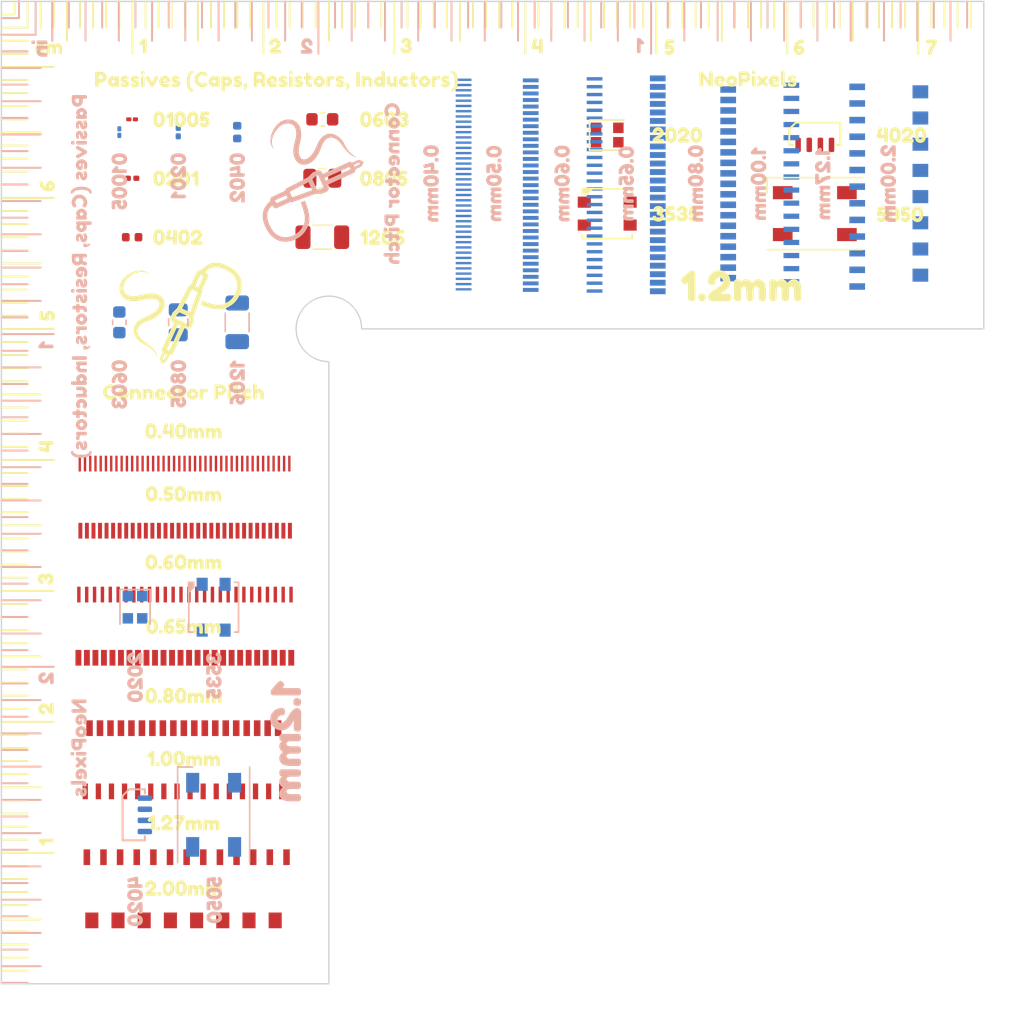
<source format=kicad_pcb>
(kicad_pcb (version 20221232) (generator pcbnew)
  (layers (0 "F.Cu" signal) (31 "B.Cu" signal) (34 "B.Paste" user) (35 "F.Paste" user) (36 "B.SilkS" user "B.Silkscreen") (37 "F.SilkS" user "F.Silkscreen") (38 "B.Mask" user) (39 "F.Mask" user) (44 "Edge.Cuts" user))
  (net 0 "")
  (footprint "kibuzzard-61E053D5" (layer "F.Cu") (at 108.5 104 90)
    (fp_text reference "kibuzzard-61E053D5" hide)
    (fp_text value "G***" hide)
  )
  (footprint "kibuzzard-61E05619" (layer "F.Cu") (at 118.9 137.8)
    (fp_text reference "kibuzzard-61E05619" hide)
    (fp_text value "G***" hide)
  )
  (footprint "LED_SMD_Extra:LED_WS2812B_PLCC4_3.5x3.5mm_P1.78mm" (layer "F.Cu") (at 151.25 96.2)
    (fp_text reference "3535" hide)
    (fp_text value "WS2812B")
    (pad "1" smd rect locked (at 1.75 0.875 90) (size 0.85 1) (layers "F.Cu" "F.Paste" "F.Mask"))
    (pad "2" smd rect locked (at 1.75 -0.875 90) (size 0.85 1) (layers "F.Cu" "F.Paste" "F.Mask"))
    (pad "3" smd rect locked (at -1.75 -0.875 90) (size 0.85 1) (layers "F.Cu" "F.Paste" "F.Mask"))
    (pad "4" smd rect locked (at -1.75 0.875 90) (size 0.85 1) (layers "F.Cu" "F.Paste" "F.Mask"))
  )
  (footprint "Capacitor_SMD:C_0603_1608Metric" (layer "F.Cu") (at 129.497475 89)
    (fp_text reference "0603" hide)
    (fp_text value "C_0603_1608Metric")
    (pad "1" smd roundrect locked (at -0.7875 0) (size 0.875 0.95) (layers "F.Cu" "F.Paste" "F.Mask"))
    (pad "2" smd roundrect locked (at 0.7875 0) (size 0.875 0.95) (layers "F.Cu" "F.Paste" "F.Mask"))
  )
  (footprint "Capacitor_SMD:C_0402_1005Metric" (layer "F.Cu") (at 114.977131 98)
    (fp_text reference "0402" hide)
    (fp_text value "C_0402_1005Metric")
    (pad "1" smd roundrect locked (at -0.485 0) (size 0.59 0.64) (layers "F.Cu" "F.Paste" "F.Mask"))
    (pad "2" smd roundrect locked (at 0.485 0) (size 0.59 0.64) (layers "F.Cu" "F.Paste" "F.Mask"))
  )
  (footprint "kibuzzard-61E037DF" (layer "F.Cu") (at 108.4 144.2 90)
    (fp_text reference "kibuzzard-61E037DF" hide)
    (fp_text value "G***" hide)
  )
  (footprint "kibuzzard-61E053E1" (layer "F.Cu") (at 108.5 94.1 90)
    (fp_text reference "kibuzzard-61E053E1" hide)
    (fp_text value "G***" hide)
  )
  (footprint "" (layer "F.Cu") (at 111.035 144.785325 90)
    (fp_text reference "" (at 0 0 90) (layer "F.SilkS") (effects (font (size 1.27 1.27))))
    (fp_text value "" (at 0 0 90) (layer "F.SilkS") (effects (font (size 1.27 1.27))))
    (pad "2" smd rect locked (at -0.55 0.485) (size 0.5 1.2) (layers "F.Cu" "F.Paste" "F.Mask"))
    (pad "3" smd rect locked (at -0.55 1.755) (size 0.5 1.2) (layers "F.Cu" "F.Paste" "F.Mask"))
    (pad "4" smd rect locked (at -0.55 3.025) (size 0.5 1.2) (layers "F.Cu" "F.Paste" "F.Mask"))
    (pad "5" smd rect locked (at -0.55 4.295) (size 0.5 1.2) (layers "F.Cu" "F.Paste" "F.Mask"))
    (pad "6" smd rect locked (at -0.55 5.565) (size 0.5 1.2) (layers "F.Cu" "F.Paste" "F.Mask"))
    (pad "7" smd rect locked (at -0.55 6.835) (size 0.5 1.2) (layers "F.Cu" "F.Paste" "F.Mask"))
    (pad "8" smd rect locked (at -0.55 8.105) (size 0.5 1.2) (layers "F.Cu" "F.Paste" "F.Mask"))
    (pad "9" smd rect locked (at -0.55 9.375) (size 0.5 1.2) (layers "F.Cu" "F.Paste" "F.Mask"))
    (pad "10" smd rect locked (at -0.55 10.645) (size 0.5 1.2) (layers "F.Cu" "F.Paste" "F.Mask"))
    (pad "11" smd rect locked (at -0.55 11.915) (size 0.5 1.2) (layers "F.Cu" "F.Paste" "F.Mask"))
    (pad "12" smd rect locked (at -0.55 13.185) (size 0.5 1.2) (layers "F.Cu" "F.Paste" "F.Mask"))
    (pad "13" smd rect locked (at -0.55 14.455) (size 0.5 1.2) (layers "F.Cu" "F.Paste" "F.Mask"))
    (pad "13" smd rect locked (at -0.55 15.73) (size 0.5 1.2) (layers "F.Cu" "F.Paste" "F.Mask"))
  )
  (footprint "LED_SMD_Extra:WS2812B-4020" (layer "F.Cu") (at 167.1 90.2)
    (fp_text reference "REF**")
    (fp_text value "WS2812B-4020")
    (pad "1" smd roundrect (at 1.275 0.75) (size 0.42 1.1) (layers "F.Cu" "F.Paste" "F.Mask"))
    (pad "2" smd roundrect (at 0.425 0.75) (size 0.42 1.1) (layers "F.Cu" "F.Paste" "F.Mask"))
    (pad "3" smd roundrect (at -0.425 0.75) (size 0.42 1.1) (layers "F.Cu" "F.Paste" "F.Mask"))
    (pad "4" smd roundrect (at -1.275 0.75) (size 0.42 1.1) (layers "F.Cu" "F.Paste" "F.Mask"))
  )
  (footprint "" (layer "F.Cu") (at 119.5 140.270231)
    (fp_text reference "" (at 0 0) (layer "F.SilkS") (effects (font (size 1.27 1.27))))
    (fp_text value "" (at 0 0) (layer "F.SilkS") (effects (font (size 1.27 1.27))))
    (pad "1" smd rect locked (at -8.1 0.04) (size 0.4 1.2) (layers "F.Cu" "F.Paste" "F.Mask"))
    (pad "2" smd rect locked (at -7.1 0.04) (size 0.4 1.2) (layers "F.Cu" "F.Paste" "F.Mask"))
    (pad "3" smd rect locked (at -6.1 0.04) (size 0.4 1.2) (layers "F.Cu" "F.Paste" "F.Mask"))
    (pad "4" smd rect locked (at -5.1 0.04) (size 0.4 1.2) (layers "F.Cu" "F.Paste" "F.Mask"))
    (pad "5" smd rect locked (at -4.1 0.04) (size 0.4 1.2) (layers "F.Cu" "F.Paste" "F.Mask"))
    (pad "6" smd rect locked (at -3.1 0.04) (size 0.4 1.2) (layers "F.Cu" "F.Paste" "F.Mask"))
    (pad "7" smd rect locked (at -2.1 0.04) (size 0.4 1.2) (layers "F.Cu" "F.Paste" "F.Mask"))
    (pad "8" smd rect locked (at -1.1 0.04) (size 0.4 1.2) (layers "F.Cu" "F.Paste" "F.Mask"))
    (pad "9" smd rect locked (at -0.1 0.04) (size 0.4 1.2) (layers "F.Cu" "F.Paste" "F.Mask"))
    (pad "10" smd rect locked (at 0.9 0.04) (size 0.4 1.2) (layers "F.Cu" "F.Paste" "F.Mask"))
    (pad "11" smd rect locked (at 1.9 0.04) (size 0.4 1.2) (layers "F.Cu" "F.Paste" "F.Mask"))
    (pad "12" smd rect locked (at 2.9 0.04) (size 0.4 1.2) (layers "F.Cu" "F.Paste" "F.Mask"))
    (pad "13" smd rect locked (at 3.9 0.04) (size 0.4 1.2) (layers "F.Cu" "F.Paste" "F.Mask"))
    (pad "14" smd rect locked (at 4.9 0.04) (size 0.4 1.2) (layers "F.Cu" "F.Paste" "F.Mask"))
    (pad "15" smd rect locked (at 5.9 0.04) (size 0.4 1.2) (layers "F.Cu" "F.Paste" "F.Mask"))
    (pad "16" smd rect locked (at 6.9 0.04) (size 0.4 1.2) (layers "F.Cu" "F.Paste" "F.Mask"))
  )
  (footprint "kibuzzard-61E05767" (layer "F.Cu") (at 156.6 90.2)
    (fp_text reference "kibuzzard-61E05767" hide)
    (fp_text value "G***" hide)
  )
  (footprint "kibuzzard-61E055EF" (layer "F.Cu") (at 118.9 117.6)
    (fp_text reference "kibuzzard-61E055EF" hide)
    (fp_text value "G***" hide)
  )
  (footprint "" (layer "F.Cu") (at 110.98 115.534761 90)
    (fp_text reference "" (at 0 0 90) (layer "F.SilkS") (effects (font (size 1.27 1.27))))
    (fp_text value "" (at 0 0 90) (layer "F.SilkS") (effects (font (size 1.27 1.27))))
    (pad "1" smd rect locked (at 0.25 0 90) (size 1.2 0.18) (layers "F.Cu" "F.Paste" "F.Mask"))
    (pad "3" smd rect locked (at 0.25 0.4 90) (size 1.2 0.18) (layers "F.Cu" "F.Paste" "F.Mask"))
    (pad "5" smd rect locked (at 0.25 0.8 90) (size 1.2 0.18) (layers "F.Cu" "F.Paste" "F.Mask"))
    (pad "7" smd rect locked (at 0.25 1.2 90) (size 1.2 0.18) (layers "F.Cu" "F.Paste" "F.Mask"))
    (pad "9" smd rect locked (at 0.25 1.6 90) (size 1.2 0.18) (layers "F.Cu" "F.Paste" "F.Mask"))
    (pad "11" smd rect locked (at 0.25 2 90) (size 1.2 0.18) (layers "F.Cu" "F.Paste" "F.Mask"))
    (pad "13" smd rect locked (at 0.25 2.4 90) (size 1.2 0.18) (layers "F.Cu" "F.Paste" "F.Mask"))
    (pad "15" smd rect locked (at 0.25 2.8 90) (size 1.2 0.18) (layers "F.Cu" "F.Paste" "F.Mask"))
    (pad "17" smd rect locked (at 0.25 3.2 90) (size 1.2 0.18) (layers "F.Cu" "F.Paste" "F.Mask"))
    (pad "19" smd rect locked (at 0.25 3.6 90) (size 1.2 0.18) (layers "F.Cu" "F.Paste" "F.Mask"))
    (pad "21" smd rect locked (at 0.25 4 90) (size 1.2 0.18) (layers "F.Cu" "F.Paste" "F.Mask"))
    (pad "23" smd rect locked (at 0.25 4.4 90) (size 1.2 0.18) (layers "F.Cu" "F.Paste" "F.Mask"))
    (pad "25" smd rect locked (at 0.25 4.8 90) (size 1.2 0.18) (layers "F.Cu" "F.Paste" "F.Mask"))
    (pad "27" smd rect locked (at 0.25 5.2 90) (size 1.2 0.18) (layers "F.Cu" "F.Paste" "F.Mask"))
    (pad "29" smd rect locked (at 0.25 5.6 90) (size 1.2 0.18) (layers "F.Cu" "F.Paste" "F.Mask"))
    (pad "31" smd rect locked (at 0.25 6 90) (size 1.2 0.18) (layers "F.Cu" "F.Paste" "F.Mask"))
    (pad "33" smd rect locked (at 0.25 6.4 90) (size 1.2 0.18) (layers "F.Cu" "F.Paste" "F.Mask"))
    (pad "35" smd rect locked (at 0.25 6.8 90) (size 1.2 0.18) (layers "F.Cu" "F.Paste" "F.Mask"))
    (pad "37" smd rect locked (at 0.25 7.2 90) (size 1.2 0.18) (layers "F.Cu" "F.Paste" "F.Mask"))
    (pad "39" smd rect locked (at 0.25 7.6 90) (size 1.2 0.18) (layers "F.Cu" "F.Paste" "F.Mask"))
    (pad "41" smd rect locked (at 0.25 8 90) (size 1.2 0.18) (layers "F.Cu" "F.Paste" "F.Mask"))
    (pad "43" smd rect locked (at 0.25 8.4 90) (size 1.2 0.18) (layers "F.Cu" "F.Paste" "F.Mask"))
    (pad "45" smd rect locked (at 0.25 8.8 90) (size 1.2 0.18) (layers "F.Cu" "F.Paste" "F.Mask"))
    (pad "47" smd rect locked (at 0.25 9.2 90) (size 1.2 0.18) (layers "F.Cu" "F.Paste" "F.Mask"))
    (pad "49" smd rect locked (at 0.25 9.6 90) (size 1.2 0.18) (layers "F.Cu" "F.Paste" "F.Mask"))
    (pad "51" smd rect locked (at 0.25 10 90) (size 1.2 0.18) (layers "F.Cu" "F.Paste" "F.Mask"))
    (pad "53" smd rect locked (at 0.25 10.4 90) (size 1.2 0.18) (layers "F.Cu" "F.Paste" "F.Mask"))
    (pad "55" smd rect locked (at 0.25 10.8 90) (size 1.2 0.18) (layers "F.Cu" "F.Paste" "F.Mask"))
    (pad "57" smd rect locked (at 0.25 11.2 90) (size 1.2 0.18) (layers "F.Cu" "F.Paste" "F.Mask"))
    (pad "59" smd rect locked (at 0.25 11.6 90) (size 1.2 0.18) (layers "F.Cu" "F.Paste" "F.Mask"))
    (pad "61" smd rect locked (at 0.25 12 90) (size 1.2 0.18) (layers "F.Cu" "F.Paste" "F.Mask"))
    (pad "63" smd rect locked (at 0.25 12.4 90) (size 1.2 0.18) (layers "F.Cu" "F.Paste" "F.Mask"))
    (pad "65" smd rect locked (at 0.25 12.8 90) (size 1.2 0.18) (layers "F.Cu" "F.Paste" "F.Mask"))
    (pad "67" smd rect locked (at 0.25 13.2 90) (size 1.2 0.18) (layers "F.Cu" "F.Paste" "F.Mask"))
    (pad "69" smd rect locked (at 0.25 13.6 90) (size 1.2 0.18) (layers "F.Cu" "F.Paste" "F.Mask"))
    (pad "71" smd rect locked (at 0.25 14 90) (size 1.2 0.18) (layers "F.Cu" "F.Paste" "F.Mask"))
    (pad "73" smd rect locked (at 0.25 14.4 90) (size 1.2 0.18) (layers "F.Cu" "F.Paste" "F.Mask"))
    (pad "75" smd rect locked (at 0.25 14.8 90) (size 1.2 0.18) (layers "F.Cu" "F.Paste" "F.Mask"))
    (pad "77" smd rect locked (at 0.25 15.2 90) (size 1.2 0.18) (layers "F.Cu" "F.Paste" "F.Mask"))
    (pad "79" smd rect locked (at 0.25 15.6 90) (size 1.2 0.18) (layers "F.Cu" "F.Paste" "F.Mask"))
    (pad "81" smd rect locked (at 0.25 16 90) (size 1.2 0.18) (layers "F.Cu" "F.Paste" "F.Mask"))
  )
  (footprint "kibuzzard-61E037D5" (layer "F.Cu") (at 108.6 83.6)
    (fp_text reference "kibuzzard-61E037D5" hide)
    (fp_text value "G***" hide)
  )
  (footprint "kibuzzard-61E05D87" (layer "F.Cu") (at 173.711919 90.2)
    (fp_text reference "kibuzzard-61E05D87" hide)
    (fp_text value "G***" hide)
  )
  (footprint "kibuzzard-61E05777" (layer "F.Cu") (at 173.6 96.25)
    (fp_text reference "kibuzzard-61E05777" hide)
    (fp_text value "G***" hide)
  )
  (footprint "kibuzzard-61E056C7" (layer "F.Cu") (at 134.197475 93.5)
    (fp_text reference "kibuzzard-61E056C7" hide)
    (fp_text value "G***" hide)
  )
  (footprint "Capacitor_SMD:C_01005_0402Metric" (layer "F.Cu") (at 114.977131 89)
    (fp_text reference "01005" hide)
    (fp_text value "C_01005_0402Metric")
    (pad "1" smd roundrect locked (at -0.25 0) (size 0.4 0.3) (layers "F.Cu" "F.Mask"))
    (pad "2" smd roundrect locked (at 0.25 0) (size 0.4 0.3) (layers "F.Cu" "F.Mask"))
  )
  (footprint "kibuzzard-61E037E3" (layer "F.Cu") (at 108.392062 134 90)
    (fp_text reference "kibuzzard-61E037E3" hide)
    (fp_text value "G***" hide)
  )
  (footprint "kibuzzard-61E037E9" (layer "F.Cu") (at 145.9 83.4)
    (fp_text reference "kibuzzard-61E037E9" hide)
    (fp_text value "G***" hide)
  )
  (footprint "" (layer "F.Cu") (at 110.7 131.010043 90)
    (fp_text reference "" (at 0 0 90) (layer "F.SilkS") (effects (font (size 1.27 1.27))))
    (fp_text value "" (at 0 0 90) (layer "F.SilkS") (effects (font (size 1.27 1.27))))
    (pad "1" smd rect locked (at 0.9 0.175 90) (size 1.2 0.45) (layers "F.Cu" "F.Paste" "F.Mask"))
    (pad "2" smd rect locked (at 0.9 0.825 90) (size 1.2 0.45) (layers "F.Cu" "F.Paste" "F.Mask"))
    (pad "3" smd rect locked (at 0.9 1.475 90) (size 1.2 0.45) (layers "F.Cu" "F.Paste" "F.Mask"))
    (pad "4" smd rect locked (at 0.9 2.125 90) (size 1.2 0.45) (layers "F.Cu" "F.Paste" "F.Mask"))
    (pad "5" smd rect locked (at 0.9 2.775 90) (size 1.2 0.45) (layers "F.Cu" "F.Paste" "F.Mask"))
    (pad "6" smd rect locked (at 0.9 3.425 90) (size 1.2 0.45) (layers "F.Cu" "F.Paste" "F.Mask"))
    (pad "7" smd rect locked (at 0.9 4.075 90) (size 1.2 0.45) (layers "F.Cu" "F.Paste" "F.Mask"))
    (pad "8" smd rect locked (at 0.9 4.725 90) (size 1.2 0.45) (layers "F.Cu" "F.Paste" "F.Mask"))
    (pad "9" smd rect locked (at 0.9 5.375 90) (size 1.2 0.45) (layers "F.Cu" "F.Paste" "F.Mask"))
    (pad "10" smd rect locked (at 0.9 6.025 90) (size 1.2 0.45) (layers "F.Cu" "F.Paste" "F.Mask"))
    (pad "10" smd rect locked (at 0.9 9.275 90) (size 1.2 0.45) (layers "F.Cu" "F.Paste" "F.Mask"))
    (pad "10" smd rect locked (at 0.9 12.525 90) (size 1.2 0.45) (layers "F.Cu" "F.Paste" "F.Mask"))
    (pad "11" smd rect locked (at 0.9 6.675 90) (size 1.2 0.45) (layers "F.Cu" "F.Paste" "F.Mask"))
    (pad "11" smd rect locked (at 0.9 9.925 90) (size 1.2 0.45) (layers "F.Cu" "F.Paste" "F.Mask"))
    (pad "11" smd rect locked (at 0.9 13.175 90) (size 1.2 0.45) (layers "F.Cu" "F.Paste" "F.Mask"))
    (pad "12" smd rect locked (at 0.9 7.325 90) (size 1.2 0.45) (layers "F.Cu" "F.Paste" "F.Mask"))
    (pad "12" smd rect locked (at 0.9 10.575 90) (size 1.2 0.45) (layers "F.Cu" "F.Paste" "F.Mask"))
    (pad "12" smd rect locked (at 0.9 13.825 90) (size 1.2 0.45) (layers "F.Cu" "F.Paste" "F.Mask"))
    (pad "13" smd rect locked (at 0.9 7.975 90) (size 1.2 0.45) (layers "F.Cu" "F.Paste" "F.Mask"))
    (pad "13" smd rect locked (at 0.9 11.225 90) (size 1.2 0.45) (layers "F.Cu" "F.Paste" "F.Mask"))
    (pad "13" smd rect locked (at 0.9 14.475 90) (size 1.2 0.45) (layers "F.Cu" "F.Paste" "F.Mask"))
    (pad "14" smd rect locked (at 0.9 8.625 90) (size 1.2 0.45) (layers "F.Cu" "F.Paste" "F.Mask"))
    (pad "14" smd rect locked (at 0.9 11.875 90) (size 1.2 0.45) (layers "F.Cu" "F.Paste" "F.Mask"))
    (pad "14" smd rect locked (at 0.9 15.125 90) (size 1.2 0.45) (layers "F.Cu" "F.Paste" "F.Mask"))
    (pad "14" smd rect locked (at 0.9 15.775 90) (size 1.2 0.45) (layers "F.Cu" "F.Paste" "F.Mask"))
    (pad "14" smd rect locked (at 0.9 16.425 90) (size 1.2 0.45) (layers "F.Cu" "F.Paste" "F.Mask"))
  )
  (footprint "kibuzzard-61E05695" (layer "F.Cu") (at 118.477131 98)
    (fp_text reference "kibuzzard-61E05695" hide)
    (fp_text value "G***" hide)
  )
  (footprint "" (layer "F.Cu") (at 110.875 119.759855)
    (fp_text reference "" (at 0 0) (layer "F.SilkS") (effects (font (size 1.27 1.27))))
    (fp_text value "" (at 0 0) (layer "F.SilkS") (effects (font (size 1.27 1.27))))
    (pad "1" smd rect locked (at 0.15 0.65) (size 0.3 1.2) (layers "F.Cu" "F.Paste" "F.Mask"))
    (pad "2" smd rect locked (at 0.65 0.65) (size 0.3 1.2) (layers "F.Cu" "F.Paste" "F.Mask"))
    (pad "3" smd rect locked (at 1.15 0.65) (size 0.3 1.2) (layers "F.Cu" "F.Paste" "F.Mask"))
    (pad "4" smd rect locked (at 1.65 0.65) (size 0.3 1.2) (layers "F.Cu" "F.Paste" "F.Mask"))
    (pad "5" smd rect locked (at 2.15 0.65) (size 0.3 1.2) (layers "F.Cu" "F.Paste" "F.Mask"))
    (pad "6" smd rect locked (at 2.65 0.65) (size 0.3 1.2) (layers "F.Cu" "F.Paste" "F.Mask"))
    (pad "7" smd rect locked (at 3.15 0.65) (size 0.3 1.2) (layers "F.Cu" "F.Paste" "F.Mask"))
    (pad "8" smd rect locked (at 3.65 0.65) (size 0.3 1.2) (layers "F.Cu" "F.Paste" "F.Mask"))
    (pad "9" smd rect locked (at 4.15 0.65) (size 0.3 1.2) (layers "F.Cu" "F.Paste" "F.Mask"))
    (pad "10" smd rect locked (at 4.65 0.65) (size 0.3 1.2) (layers "F.Cu" "F.Paste" "F.Mask"))
    (pad "11" smd rect locked (at 5.15 0.65) (size 0.3 1.2) (layers "F.Cu" "F.Paste" "F.Mask"))
    (pad "12" smd rect locked (at 5.65 0.65) (size 0.3 1.2) (layers "F.Cu" "F.Paste" "F.Mask"))
    (pad "13" smd rect locked (at 6.15 0.65) (size 0.3 1.2) (layers "F.Cu" "F.Paste" "F.Mask"))
    (pad "14" smd rect locked (at 6.65 0.65) (size 0.3 1.2) (layers "F.Cu" "F.Paste" "F.Mask"))
    (pad "15" smd rect locked (at 7.15 0.65) (size 0.3 1.2) (layers "F.Cu" "F.Paste" "F.Mask"))
    (pad "16" smd rect locked (at 7.65 0.65) (size 0.3 1.2) (layers "F.Cu" "F.Paste" "F.Mask"))
    (pad "17" smd rect locked (at 8.15 0.65) (size 0.3 1.2) (layers "F.Cu" "F.Paste" "F.Mask"))
    (pad "18" smd rect locked (at 8.65 0.65) (size 0.3 1.2) (layers "F.Cu" "F.Paste" "F.Mask"))
    (pad "19" smd rect locked (at 9.15 0.65) (size 0.3 1.2) (layers "F.Cu" "F.Paste" "F.Mask"))
    (pad "20" smd rect locked (at 9.65 0.65) (size 0.3 1.2) (layers "F.Cu" "F.Paste" "F.Mask"))
    (pad "21" smd rect locked (at 10.15 0.65) (size 0.3 1.2) (layers "F.Cu" "F.Paste" "F.Mask"))
    (pad "22" smd rect locked (at 10.65 0.65) (size 0.3 1.2) (layers "F.Cu" "F.Paste" "F.Mask"))
    (pad "23" smd rect locked (at 11.15 0.65) (size 0.3 1.2) (layers "F.Cu" "F.Paste" "F.Mask"))
    (pad "24" smd rect locked (at 11.65 0.65) (size 0.3 1.2) (layers "F.Cu" "F.Paste" "F.Mask"))
    (pad "25" smd rect locked (at 12.15 0.65) (size 0.3 1.2) (layers "F.Cu" "F.Paste" "F.Mask"))
    (pad "26" smd rect locked (at 12.65 0.65) (size 0.3 1.2) (layers "F.Cu" "F.Paste" "F.Mask"))
    (pad "27" smd rect locked (at 13.15 0.65) (size 0.3 1.2) (layers "F.Cu" "F.Paste" "F.Mask"))
    (pad "28" smd rect locked (at 13.65 0.65) (size 0.3 1.2) (layers "F.Cu" "F.Paste" "F.Mask"))
    (pad "28" smd rect locked (at 15.15 0.65) (size 0.3 1.2) (layers "F.Cu" "F.Paste" "F.Mask"))
    (pad "29" smd rect locked (at 14.15 0.65) (size 0.3 1.2) (layers "F.Cu" "F.Paste" "F.Mask"))
    (pad "29" smd rect locked (at 15.65 0.65) (size 0.3 1.2) (layers "F.Cu" "F.Paste" "F.Mask"))
    (pad "30" smd rect locked (at 14.65 0.65) (size 0.3 1.2) (layers "F.Cu" "F.Paste" "F.Mask"))
    (pad "30" smd rect locked (at 16.15 0.65) (size 0.3 1.2) (layers "F.Cu" "F.Paste" "F.Mask"))
  )
  (footprint "kibuzzard-61E05636" (layer "F.Cu") (at 118.9 147.7)
    (fp_text reference "kibuzzard-61E05636" hide)
    (fp_text value "G***" hide)
  )
  (footprint "kibuzzard-61E05670" (layer "F.Cu") (at 118.742243 89)
    (fp_text reference "kibuzzard-61E05670" hide)
    (fp_text value "G***" hide)
  )
  (footprint "kibuzzard-61E053D5" (layer "F.Cu") (at 156 83.5)
    (fp_text reference "kibuzzard-61E053D5" hide)
    (fp_text value "G***" hide)
  )
  (footprint "Capacitor_SMD:C_1206_3216Metric" (layer "F.Cu") (at 129.497475 98)
    (fp_text reference "1206" hide)
    (fp_text value "C_1206_3216Metric" hide)
    (pad "1" smd roundrect locked (at -1.475 0) (size 1.15 1.8) (layers "F.Cu" "F.Paste" "F.Mask") (roundrect_rratio 0.2173913043))
    (pad "2" smd roundrect locked (at 1.475 0) (size 1.15 1.8) (layers "F.Cu" "F.Paste" "F.Mask") (roundrect_rratio 0.2173913043))
  )
  (footprint "kibuzzard-61E037E5" (layer "F.Cu") (at 135.9 83.383331)
    (fp_text reference "kibuzzard-61E037E5" hide)
    (fp_text value "G***" hide)
  )
  (footprint "" (layer "F.Cu") (at 110.81 124.884949 90)
    (fp_text reference "" (at 0 0 90) (layer "F.SilkS") (effects (font (size 1.27 1.27))))
    (fp_text value "" (at 0 0 90) (layer "F.SilkS") (effects (font (size 1.27 1.27))))
    (pad "1" smd rect locked (at -0.4 0.1 90) (size 1.2 0.26) (layers "F.Cu" "F.Paste" "F.Mask"))
    (pad "3" smd rect locked (at -0.4 0.7 90) (size 1.2 0.26) (layers "F.Cu" "F.Paste" "F.Mask"))
    (pad "5" smd rect locked (at -0.4 1.3 90) (size 1.2 0.26) (layers "F.Cu" "F.Paste" "F.Mask"))
    (pad "7" smd rect locked (at -0.4 1.9 90) (size 1.2 0.26) (layers "F.Cu" "F.Paste" "F.Mask"))
    (pad "9" smd rect locked (at -0.4 2.5 90) (size 1.2 0.26) (layers "F.Cu" "F.Paste" "F.Mask"))
    (pad "11" smd rect locked (at -0.4 3.1 90) (size 1.2 0.26) (layers "F.Cu" "F.Paste" "F.Mask"))
    (pad "13" smd rect locked (at -0.4 3.7 90) (size 1.2 0.26) (layers "F.Cu" "F.Paste" "F.Mask"))
    (pad "15" smd rect locked (at -0.4 4.3 90) (size 1.2 0.26) (layers "F.Cu" "F.Paste" "F.Mask"))
    (pad "17" smd rect locked (at -0.4 4.9 90) (size 1.2 0.26) (layers "F.Cu" "F.Paste" "F.Mask"))
    (pad "19" smd rect locked (at -0.4 5.5 90) (size 1.2 0.26) (layers "F.Cu" "F.Paste" "F.Mask"))
    (pad "21" smd rect locked (at -0.4 6.1 90) (size 1.2 0.26) (layers "F.Cu" "F.Paste" "F.Mask"))
    (pad "23" smd rect locked (at -0.4 6.7 90) (size 1.2 0.26) (layers "F.Cu" "F.Paste" "F.Mask"))
    (pad "25" smd rect locked (at -0.4 7.3 90) (size 1.2 0.26) (layers "F.Cu" "F.Paste" "F.Mask"))
    (pad "27" smd rect locked (at -0.4 7.9 90) (size 1.2 0.26) (layers "F.Cu" "F.Paste" "F.Mask"))
    (pad "29" smd rect locked (at -0.4 8.5 90) (size 1.2 0.26) (layers "F.Cu" "F.Paste" "F.Mask"))
    (pad "31" smd rect locked (at -0.4 9.1 90) (size 1.2 0.26) (layers "F.Cu" "F.Paste" "F.Mask"))
    (pad "33" smd rect locked (at -0.4 9.7 90) (size 1.2 0.26) (layers "F.Cu" "F.Paste" "F.Mask"))
    (pad "35" smd rect locked (at -0.4 10.3 90) (size 1.2 0.26) (layers "F.Cu" "F.Paste" "F.Mask"))
    (pad "35" smd rect locked (at -0.4 12.7 90) (size 1.2 0.26) (layers "F.Cu" "F.Paste" "F.Mask"))
    (pad "37" smd rect locked (at -0.4 10.9 90) (size 1.2 0.26) (layers "F.Cu" "F.Paste" "F.Mask"))
    (pad "37" smd rect locked (at -0.4 13.3 90) (size 1.2 0.26) (layers "F.Cu" "F.Paste" "F.Mask"))
    (pad "37" smd rect locked (at -0.4 15.1 90) (size 1.2 0.26) (layers "F.Cu" "F.Paste" "F.Mask"))
    (pad "39" smd rect locked (at -0.4 11.5 90) (size 1.2 0.26) (layers "F.Cu" "F.Paste" "F.Mask"))
    (pad "39" smd rect locked (at -0.4 13.9 90) (size 1.2 0.26) (layers "F.Cu" "F.Paste" "F.Mask"))
    (pad "39" smd rect locked (at -0.4 15.7 90) (size 1.2 0.26) (layers "F.Cu" "F.Paste" "F.Mask"))
    (pad "39" smd rect locked (at -0.4 16.3 90) (size 1.2 0.26) (layers "F.Cu" "F.Paste" "F.Mask"))
    (pad "41" smd rect locked (at -0.4 12.1 90) (size 1.2 0.26) (layers "F.Cu" "F.Paste" "F.Mask"))
    (pad "41" smd rect locked (at -0.4 14.5 90) (size 1.2 0.26) (layers "F.Cu" "F.Paste" "F.Mask"))
  )
  (footprint "kibuzzard-61E05650" (layer "F.Cu") (at 126 86.1)
    (fp_text reference "kibuzzard-61E05650" hide)
    (fp_text value "G***" hide)
  )
  (footprint "kibuzzard-61E0576E" (layer "F.Cu") (at 156.474588 96.215)
    (fp_text reference "kibuzzard-61E0576E" hide)
    (fp_text value "G***" hide)
  )
  (footprint "kibuzzard-61E037E9" (layer "F.Cu") (at 108.4 114 90)
    (fp_text reference "kibuzzard-61E037E9" hide)
    (fp_text value "G***" hide)
  )
  (footprint "" (layer "F.Cu") (at 111.675 135.645137)
    (fp_text reference "" (at 0 0) (layer "F.SilkS") (effects (font (size 1.27 1.27))))
    (fp_text value "" (at 0 0) (layer "F.SilkS") (effects (font (size 1.27 1.27))))
    (pad "2" smd rect locked (at 0.05 -0.16) (size 0.5 1.2) (layers "F.Cu" "F.Paste" "F.Mask"))
    (pad "3" smd rect locked (at 0.85 -0.16) (size 0.5 1.2) (layers "F.Cu" "F.Paste" "F.Mask"))
    (pad "4" smd rect locked (at 1.65 -0.16) (size 0.5 1.2) (layers "F.Cu" "F.Paste" "F.Mask"))
    (pad "5" smd rect locked (at 2.45 -0.16) (size 0.5 1.2) (layers "F.Cu" "F.Paste" "F.Mask"))
    (pad "6" smd rect locked (at 3.25 -0.16) (size 0.5 1.2) (layers "F.Cu" "F.Paste" "F.Mask"))
    (pad "7" smd rect locked (at 4.05 -0.16) (size 0.5 1.2) (layers "F.Cu" "F.Paste" "F.Mask"))
    (pad "8" smd rect locked (at 4.85 -0.16) (size 0.5 1.2) (layers "F.Cu" "F.Paste" "F.Mask"))
    (pad "9" smd rect locked (at 5.65 -0.16) (size 0.5 1.2) (layers "F.Cu" "F.Paste" "F.Mask"))
    (pad "10" smd rect locked (at 6.45 -0.16) (size 0.5 1.2) (layers "F.Cu" "F.Paste" "F.Mask"))
    (pad "11" smd rect locked (at 7.25 -0.16) (size 0.5 1.2) (layers "F.Cu" "F.Paste" "F.Mask"))
    (pad "12" smd rect locked (at 8.05 -0.16) (size 0.5 1.2) (layers "F.Cu" "F.Paste" "F.Mask"))
    (pad "12" smd rect locked (at 11.25 -0.16) (size 0.5 1.2) (layers "F.Cu" "F.Paste" "F.Mask"))
    (pad "13" smd rect locked (at 8.85 -0.16) (size 0.5 1.2) (layers "F.Cu" "F.Paste" "F.Mask"))
    (pad "13" smd rect locked (at 12.05 -0.16) (size 0.5 1.2) (layers "F.Cu" "F.Paste" "F.Mask"))
    (pad "14" smd rect locked (at 9.65 -0.16) (size 0.5 1.2) (layers "F.Cu" "F.Paste" "F.Mask"))
    (pad "14" smd rect locked (at 12.85 -0.16) (size 0.5 1.2) (layers "F.Cu" "F.Paste" "F.Mask"))
    (pad "14" smd rect locked (at 14.45 -0.16) (size 0.5 1.2) (layers "F.Cu" "F.Paste" "F.Mask"))
    (pad "15" smd rect locked (at 10.45 -0.16) (size 0.5 1.2) (layers "F.Cu" "F.Paste" "F.Mask"))
    (pad "15" smd rect locked (at 13.65 -0.16) (size 0.5 1.2) (layers "F.Cu" "F.Paste" "F.Mask"))
  )
  (footprint "kibuzzard-61E056CE" (layer "F.Cu") (at 134.091112 98)
    (fp_text reference "kibuzzard-61E056CE" hide)
    (fp_text value "G***" hide)
  )
  (footprint "kibuzzard-61E053ED" (layer "F.Cu") (at 176 83.5)
    (fp_text reference "kibuzzard-61E053ED" hide)
    (fp_text value "G***" hide)
  )
  (footprint "Symbols_Extra:SolderParty-New-Logo_10x8.5mm_SilkScreen" (layer "F.Cu") (at 119 103.477462)
    (fp_text reference "G***" hide)
    (fp_text value "LOGO" hide)
  )
  (footprint "kibuzzard-61E037E5" (layer "F.Cu") (at 108.383331 124.1 90)
    (fp_text reference "kibuzzard-61E037E5" hide)
    (fp_text value "G***" hide)
  )
  (footprint "kibuzzard-61E0568C" (layer "F.Cu") (at 118.310443 93.5)
    (fp_text reference "kibuzzard-61E0568C" hide)
    (fp_text value "G***" hide)
  )
  (footprint "kibuzzard-61E0565E" (layer "F.Cu") (at 162 85.9)
    (fp_text reference "kibuzzard-61E0565E" hide)
    (fp_text value "G***" hide)
  )
  (footprint "" (layer "F.Cu") (at 119.7 149.860425)
    (fp_text reference "" (at 0 0) (layer "F.SilkS") (effects (font (size 1.27 1.27))))
    (fp_text value "" (at 0 0) (layer "F.SilkS") (effects (font (size 1.27 1.27))))
    (pad "1" smd rect locked (at -7.8 0.3) (size 1 1.2) (layers "F.Cu" "F.Paste" "F.Mask"))
    (pad "2" smd rect locked (at -5.8 0.3) (size 1 1.2) (layers "F.Cu" "F.Paste" "F.Mask"))
    (pad "3" smd rect locked (at -3.8 0.3) (size 1 1.2) (layers "F.Cu" "F.Paste" "F.Mask"))
    (pad "4" smd rect locked (at -1.8 0.3) (size 1 1.2) (layers "F.Cu" "F.Paste" "F.Mask"))
    (pad "5" smd rect locked (at 0.2 0.3) (size 1 1.2) (layers "F.Cu" "F.Paste" "F.Mask"))
    (pad "6" smd rect locked (at 2.2 0.3) (size 1 1.2) (layers "F.Cu" "F.Paste" "F.Mask"))
    (pad "7" smd rect locked (at 4.2 0.3) (size 1 1.2) (layers "F.Cu" "F.Paste" "F.Mask"))
    (pad "8" smd rect locked (at 6.2 0.3) (size 1 1.2) (layers "F.Cu" "F.Paste" "F.Mask"))
  )
  (footprint "kibuzzard-61E053E1" (layer "F.Cu") (at 165.9 83.5)
    (fp_text reference "kibuzzard-61E053E1" hide)
    (fp_text value "G***" hide)
  )
  (footprint "kibuzzard-61E037DF" (layer "F.Cu") (at 115.8 83.4)
    (fp_text reference "kibuzzard-61E037DF" hide)
    (fp_text value "G***" hide)
  )
  (footprint "kibuzzard-61E03A08" (layer "F.Cu") (at 161.469665 101.7)
    (fp_text reference "kibuzzard-61E03A08" hide)
    (fp_text value "G***" hide)
  )
  (footprint "kibuzzard-61E055CB" (layer "F.Cu") (at 118.9 109.8)
    (fp_text reference "kibuzzard-61E055CB" hide)
    (fp_text value "G***" hide)
  )
  (footprint "Capacitor_SMD:C_0805_2012Metric" (layer "F.Cu") (at 129.497475 93.5)
    (fp_text reference "0805" hide)
    (fp_text value "C_0805_2012Metric" hide)
    (pad "1" smd roundrect locked (at -0.95 0) (size 1 1.45) (layers "F.Cu" "F.Paste" "F.Mask"))
    (pad "2" smd roundrect locked (at 0.95 0) (size 1 1.45) (layers "F.Cu" "F.Paste" "F.Mask"))
  )
  (footprint "kibuzzard-61E037E3" (layer "F.Cu") (at 125.9 83.392062)
    (fp_text reference "kibuzzard-61E037E3" hide)
    (fp_text value "G***" hide)
  )
  (footprint "kibuzzard-61E056BD" (layer "F.Cu") (at 134.241925 89)
    (fp_text reference "kibuzzard-61E056BD" hide)
    (fp_text value "G***" hide)
  )
  (footprint "kibuzzard-61E0560E" (layer "F.Cu") (at 118.9 133)
    (fp_text reference "kibuzzard-61E0560E" hide)
    (fp_text value "G***" hide)
  )
  (footprint "kibuzzard-61E055FA" (layer "F.Cu") (at 118.9 122.8)
    (fp_text reference "kibuzzard-61E055FA" hide)
    (fp_text value "G***" hide)
  )
  (footprint "LED_SMD:LED_WS2812B_PLCC4_5.0x5.0mm_P3.2mm" (layer "F.Cu") (at 167.1 96.2 180)
    (fp_text reference "5050" hide)
    (fp_text value "LED_WS2812B_PLCC4_5.0x5.0mm_P3.2mm")
    (pad "1" smd rect (at -2.45 -1.6 180) (size 1.5 1) (layers "F.Cu" "F.Paste" "F.Mask"))
    (pad "2" smd rect (at -2.45 1.6 180) (size 1.5 1) (layers "F.Cu" "F.Paste" "F.Mask"))
    (pad "3" smd rect (at 2.45 1.6 180) (size 1.5 1) (layers "F.Cu" "F.Paste" "F.Mask"))
    (pad "4" smd rect (at 2.45 -1.6 180) (size 1.5 1) (layers "F.Cu" "F.Paste" "F.Mask"))
  )
  (footprint "kibuzzard-61E05602" (layer "F.Cu") (at 118.9 127.7)
    (fp_text reference "kibuzzard-61E05602" hide)
    (fp_text value "G***" hide)
  )
  (footprint "LED_SMD_Extra:WS2812B-2020" (layer "F.Cu") (at 151.25 90.2)
    (fp_text reference "2020" hide)
    (fp_text value "WS2812B-2020" hide)
    (pad "1" smd rect locked (at -0.85 -0.55) (size 0.8 0.8) (layers "F.Cu" "F.Paste" "F.Mask"))
    (pad "2" smd rect locked (at -0.85 0.55) (size 0.8 0.8) (layers "F.Cu" "F.Paste" "F.Mask"))
    (pad "3" smd rect locked (at 0.85 0.55) (size 0.8 0.8) (layers "F.Cu" "F.Paste" "F.Mask"))
    (pad "4" smd rect locked (at 0.85 -0.55) (size 0.8 0.8) (layers "F.Cu" "F.Paste" "F.Mask"))
  )
  (footprint "kibuzzard-61E05625" (layer "F.Cu") (at 118.9 142.7)
    (fp_text reference "kibuzzard-61E05625" hide)
    (fp_text value "G***" hide)
  )
  (footprint "Capacitor_SMD:C_0201_0603Metric" (layer "F.Cu") (at 114.977131 93.5)
    (fp_text reference "0201" hide)
    (fp_text value "C_0201_0603Metric")
    (pad "1" smd roundrect locked (at -0.32 0) (size 0.46 0.4) (layers "F.Cu" "F.Mask"))
    (pad "2" smd roundrect locked (at 0.32 0) (size 0.46 0.4) (layers "F.Cu" "F.Mask"))
  )
  (footprint "kibuzzard-61E055E4" (layer "F.Cu") (at 118.9 112.8)
    (fp_text reference "kibuzzard-61E055E4" hide)
    (fp_text value "G***" hide)
  )
  (footprint "kibuzzard-61E05767" (layer "B.Cu") (at 115.2 131.6 -90)
    (fp_text reference "kibuzzard-61E05767" hide)
    (fp_text value "G***" hide)
  )
  (footprint "" (layer "B.Cu") (at 174.860425 94.7 -90)
    (fp_text reference "" (at 0 0 90) (layer "B.SilkS") (effects (font (size 1.27 1.27)) (justify mirror)))
    (fp_text value "" (at 0 0 90) (layer "B.SilkS") (effects (font (size 1.27 1.27)) (justify mirror)))
    (pad "1" smd rect locked (at -7.8 -0.3 270) (size 1 1.2) (layers "B.Cu" "B.Paste" "B.Mask"))
    (pad "2" smd rect locked (at -5.8 -0.3 270) (size 1 1.2) (layers "B.Cu" "B.Paste" "B.Mask"))
    (pad "3" smd rect locked (at -3.8 -0.3 270) (size 1 1.2) (layers "B.Cu" "B.Paste" "B.Mask"))
    (pad "4" smd rect locked (at -1.8 -0.3 270) (size 1 1.2) (layers "B.Cu" "B.Paste" "B.Mask"))
    (pad "5" smd rect locked (at 0.2 -0.3 270) (size 1 1.2) (layers "B.Cu" "B.Paste" "B.Mask"))
    (pad "6" smd rect locked (at 2.2 -0.3 270) (size 1 1.2) (layers "B.Cu" "B.Paste" "B.Mask"))
    (pad "7" smd rect locked (at 4.2 -0.3 270) (size 1 1.2) (layers "B.Cu" "B.Paste" "B.Mask"))
    (pad "8" smd rect locked (at 6.2 -0.3 270) (size 1 1.2) (layers "B.Cu" "B.Paste" "B.Mask"))
  )
  (footprint "kibuzzard-61E056C7" (layer "B.Cu") (at 118.5 109.197475 -90)
    (fp_text reference "kibuzzard-61E056C7" hide)
    (fp_text value "G***" hide)
  )
  (footprint "kibuzzard-61E0568C" (layer "B.Cu") (at 118.5 93.310443 -90)
    (fp_text reference "kibuzzard-61E0568C" hide)
    (fp_text value "G***" hide)
  )
  (footprint "kibuzzard-61E05650" (layer "B.Cu") (at 111.1 101 -90)
    (fp_text reference "kibuzzard-61E05650" hide)
    (fp_text value "G***" hide)
  )
  (footprint "kibuzzard-61E055CB" (layer "B.Cu") (at 134.8 93.9 -90)
    (fp_text reference "kibuzzard-61E055CB" hide)
    (fp_text value "G***" hide)
  )
  (footprint "kibuzzard-61E055FA" (layer "B.Cu") (at 147.8 93.9 -90)
    (fp_text reference "kibuzzard-61E055FA" hide)
    (fp_text value "G***" hide)
  )
  (footprint "kibuzzard-61E05619" (layer "B.Cu") (at 162.8 93.9 -90)
    (fp_text reference "kibuzzard-61E05619" hide)
    (fp_text value "G***" hide)
  )
  (footprint "kibuzzard-61E05636" (layer "B.Cu") (at 172.7 93.9 -90)
    (fp_text reference "kibuzzard-61E05636" hide)
    (fp_text value "G***" hide)
  )
  (footprint "" (layer "B.Cu") (at 144.759855 85.875 -90)
    (fp_text reference "" (at 0 0 90) (layer "B.SilkS") (effects (font (size 1.27 1.27)) (justify mirror)))
    (fp_text value "" (at 0 0 90) (layer "B.SilkS") (effects (font (size 1.27 1.27)) (justify mirror)))
    (pad "1" smd rect locked (at 0.15 -0.65 270) (size 0.3 1.2) (layers "B.Cu" "B.Paste" "B.Mask"))
    (pad "2" smd rect locked (at 0.65 -0.65 270) (size 0.3 1.2) (layers "B.Cu" "B.Paste" "B.Mask"))
    (pad "3" smd rect locked (at 1.15 -0.65 270) (size 0.3 1.2) (layers "B.Cu" "B.Paste" "B.Mask"))
    (pad "4" smd rect locked (at 1.65 -0.65 270) (size 0.3 1.2) (layers "B.Cu" "B.Paste" "B.Mask"))
    (pad "5" smd rect locked (at 2.15 -0.65 270) (size 0.3 1.2) (layers "B.Cu" "B.Paste" "B.Mask"))
    (pad "6" smd rect locked (at 2.65 -0.65 270) (size 0.3 1.2) (layers "B.Cu" "B.Paste" "B.Mask"))
    (pad "7" smd rect locked (at 3.15 -0.65 270) (size 0.3 1.2) (layers "B.Cu" "B.Paste" "B.Mask"))
    (pad "8" smd rect locked (at 3.65 -0.65 270) (size 0.3 1.2) (layers "B.Cu" "B.Paste" "B.Mask"))
    (pad "9" smd rect locked (at 4.15 -0.65 270) (size 0.3 1.2) (layers "B.Cu" "B.Paste" "B.Mask"))
    (pad "10" smd rect locked (at 4.65 -0.65 270) (size 0.3 1.2) (layers "B.Cu" "B.Paste" "B.Mask"))
    (pad "11" smd rect locked (at 5.15 -0.65 270) (size 0.3 1.2) (layers "B.Cu" "B.Paste" "B.Mask"))
    (pad "12" smd rect locked (at 5.65 -0.65 270) (size 0.3 1.2) (layers "B.Cu" "B.Paste" "B.Mask"))
    (pad "13" smd rect locked (at 6.15 -0.65 270) (size 0.3 1.2) (layers "B.Cu" "B.Paste" "B.Mask"))
    (pad "14" smd rect locked (at 6.65 -0.65 270) (size 0.3 1.2) (layers "B.Cu" "B.Paste" "B.Mask"))
    (pad "15" smd rect locked (at 7.15 -0.65 270) (size 0.3 1.2) (layers "B.Cu" "B.Paste" "B.Mask"))
    (pad "16" smd rect locked (at 7.65 -0.65 270) (size 0.3 1.2) (layers "B.Cu" "B.Paste" "B.Mask"))
    (pad "17" smd rect locked (at 8.15 -0.65 270) (size 0.3 1.2) (layers "B.Cu" "B.Paste" "B.Mask"))
    (pad "18" smd rect locked (at 8.65 -0.65 270) (size 0.3 1.2) (layers "B.Cu" "B.Paste" "B.Mask"))
    (pad "19" smd rect locked (at 9.15 -0.65 270) (size 0.3 1.2) (layers "B.Cu" "B.Paste" "B.Mask"))
    (pad "20" smd rect locked (at 9.65 -0.65 270) (size 0.3 1.2) (layers "B.Cu" "B.Paste" "B.Mask"))
    (pad "21" smd rect locked (at 10.15 -0.65 270) (size 0.3 1.2) (layers "B.Cu" "B.Paste" "B.Mask"))
    (pad "22" smd rect locked (at 10.65 -0.65 270) (size 0.3 1.2) (layers "B.Cu" "B.Paste" "B.Mask"))
    (pad "23" smd rect locked (at 11.15 -0.65 270) (size 0.3 1.2) (layers "B.Cu" "B.Paste" "B.Mask"))
    (pad "24" smd rect locked (at 11.65 -0.65 270) (size 0.3 1.2) (layers "B.Cu" "B.Paste" "B.Mask"))
    (pad "25" smd rect locked (at 12.15 -0.65 270) (size 0.3 1.2) (layers "B.Cu" "B.Paste" "B.Mask"))
    (pad "26" smd rect locked (at 12.65 -0.65 270) (size 0.3 1.2) (layers "B.Cu" "B.Paste" "B.Mask"))
    (pad "27" smd rect locked (at 13.15 -0.65 270) (size 0.3 1.2) (layers "B.Cu" "B.Paste" "B.Mask"))
    (pad "28" smd rect locked (at 13.65 -0.65 270) (size 0.3 1.2) (layers "B.Cu" "B.Paste" "B.Mask"))
    (pad "28" smd rect locked (at 15.15 -0.65 270) (size 0.3 1.2) (layers "B.Cu" "B.Paste" "B.Mask"))
    (pad "29" smd rect locked (at 14.15 -0.65 270) (size 0.3 1.2) (layers "B.Cu" "B.Paste" "B.Mask"))
    (pad "29" smd rect locked (at 15.65 -0.65 270) (size 0.3 1.2) (layers "B.Cu" "B.Paste" "B.Mask"))
    (pad "30" smd rect locked (at 14.65 -0.65 270) (size 0.3 1.2) (layers "B.Cu" "B.Paste" "B.Mask"))
    (pad "30" smd rect locked (at 16.15 -0.65 270) (size 0.3 1.2) (layers "B.Cu" "B.Paste" "B.Mask"))
  )
  (footprint "kibuzzard-61E03F3F" (layer "B.Cu") (at 107.9 83.6 -90)
    (fp_text reference "kibuzzard-61E03F3F" hide)
    (fp_text value "G***" hide)
  )
  (footprint "Symbols_Extra:SolderParty-New-Logo_10x8.5mm_SilkScreen" (layer "B.Cu") (at 128.477462 94 -90)
    (fp_text reference "G***" hide)
    (fp_text value "LOGO" hide)
  )
  (footprint "" (layer "B.Cu") (at 156.010043 85.7 180)
    (fp_text reference "" (at 0 0) (layer "B.SilkS") (effects (font (size 1.27 1.27)) (justify mirror)))
    (fp_text value "" (at 0 0) (layer "B.SilkS") (effects (font (size 1.27 1.27)) (justify mirror)))
    (pad "1" smd rect locked (at 0.9 -0.175 180) (size 1.2 0.45) (layers "B.Cu" "B.Paste" "B.Mask"))
    (pad "2" smd rect locked (at 0.9 -0.825 180) (size 1.2 0.45) (layers "B.Cu" "B.Paste" "B.Mask"))
    (pad "3" smd rect locked (at 0.9 -1.475 180) (size 1.2 0.45) (layers "B.Cu" "B.Paste" "B.Mask"))
    (pad "4" smd rect locked (at 0.9 -2.125 180) (size 1.2 0.45) (layers "B.Cu" "B.Paste" "B.Mask"))
    (pad "5" smd rect locked (at 0.9 -2.775 180) (size 1.2 0.45) (layers "B.Cu" "B.Paste" "B.Mask"))
    (pad "6" smd rect locked (at 0.9 -3.425 180) (size 1.2 0.45) (layers "B.Cu" "B.Paste" "B.Mask"))
    (pad "7" smd rect locked (at 0.9 -4.075 180) (size 1.2 0.45) (layers "B.Cu" "B.Paste" "B.Mask"))
    (pad "8" smd rect locked (at 0.9 -4.725 180) (size 1.2 0.45) (layers "B.Cu" "B.Paste" "B.Mask"))
    (pad "9" smd rect locked (at 0.9 -5.375 180) (size 1.2 0.45) (layers "B.Cu" "B.Paste" "B.Mask"))
    (pad "10" smd rect locked (at 0.9 -12.525 180) (size 1.2 0.45) (layers "B.Cu" "B.Paste" "B.Mask"))
    (pad "10" smd rect locked (at 0.9 -9.275 180) (size 1.2 0.45) (layers "B.Cu" "B.Paste" "B.Mask"))
    (pad "10" smd rect locked (at 0.9 -6.025 180) (size 1.2 0.45) (layers "B.Cu" "B.Paste" "B.Mask"))
    (pad "11" smd rect locked (at 0.9 -13.175 180) (size 1.2 0.45) (layers "B.Cu" "B.Paste" "B.Mask"))
    (pad "11" smd rect locked (at 0.9 -9.925 180) (size 1.2 0.45) (layers "B.Cu" "B.Paste" "B.Mask"))
    (pad "11" smd rect locked (at 0.9 -6.675 180) (size 1.2 0.45) (layers "B.Cu" "B.Paste" "B.Mask"))
    (pad "12" smd rect locked (at 0.9 -13.825 180) (size 1.2 0.45) (layers "B.Cu" "B.Paste" "B.Mask"))
    (pad "12" smd rect locked (at 0.9 -10.575 180) (size 1.2 0.45) (layers "B.Cu" "B.Paste" "B.Mask"))
    (pad "12" smd rect locked (at 0.9 -7.325 180) (size 1.2 0.45) (layers "B.Cu" "B.Paste" "B.Mask"))
    (pad "13" smd rect locked (at 0.9 -14.475 180) (size 1.2 0.45) (layers "B.Cu" "B.Paste" "B.Mask"))
    (pad "13" smd rect locked (at 0.9 -11.225 180) (size 1.2 0.45) (layers "B.Cu" "B.Paste" "B.Mask"))
    (pad "13" smd rect locked (at 0.9 -7.975 180) (size 1.2 0.45) (layers "B.Cu" "B.Paste" "B.Mask"))
    (pad "14" smd rect locked (at 0.9 -16.425 180) (size 1.2 0.45) (layers "B.Cu" "B.Paste" "B.Mask"))
    (pad "14" smd rect locked (at 0.9 -15.775 180) (size 1.2 0.45) (layers "B.Cu" "B.Paste" "B.Mask"))
    (pad "14" smd rect locked (at 0.9 -15.125 180) (size 1.2 0.45) (layers "B.Cu" "B.Paste" "B.Mask"))
    (pad "14" smd rect locked (at 0.9 -11.875 180) (size 1.2 0.45) (layers "B.Cu" "B.Paste" "B.Mask"))
    (pad "14" smd rect locked (at 0.9 -8.625 180) (size 1.2 0.45) (layers "B.Cu" "B.Paste" "B.Mask"))
  )
  (footprint "Capacitor_SMD:C_0603_1608Metric" (layer "B.Cu") (at 114 104.497475 -90)
    (fp_text reference "0603" hide)
    (fp_text value "C_0603_1608Metric")
    (pad "1" smd roundrect locked (at -0.7875 0 270) (size 0.875 0.95) (layers "B.Cu" "B.Paste" "B.Mask"))
    (pad "2" smd roundrect locked (at 0.7875 0 270) (size 0.875 0.95) (layers "B.Cu" "B.Paste" "B.Mask"))
  )
  (footprint "kibuzzard-61E05625" (layer "B.Cu") (at 167.7 93.9 -90)
    (fp_text reference "kibuzzard-61E05625" hide)
    (fp_text value "G***" hide)
  )
  (footprint "" (layer "B.Cu") (at 140.534761 85.98 180)
    (fp_text reference "" (at 0 0) (layer "B.SilkS") (effects (font (size 1.27 1.27)) (justify mirror)))
    (fp_text value "" (at 0 0) (layer "B.SilkS") (effects (font (size 1.27 1.27)) (justify mirror)))
    (pad "1" smd rect locked (at 0.25 0 180) (size 1.2 0.18) (layers "B.Cu" "B.Paste" "B.Mask"))
    (pad "3" smd rect locked (at 0.25 -0.4 180) (size 1.2 0.18) (layers "B.Cu" "B.Paste" "B.Mask"))
    (pad "5" smd rect locked (at 0.25 -0.8 180) (size 1.2 0.18) (layers "B.Cu" "B.Paste" "B.Mask"))
    (pad "7" smd rect locked (at 0.25 -1.2 180) (size 1.2 0.18) (layers "B.Cu" "B.Paste" "B.Mask"))
    (pad "9" smd rect locked (at 0.25 -1.6 180) (size 1.2 0.18) (layers "B.Cu" "B.Paste" "B.Mask"))
    (pad "11" smd rect locked (at 0.25 -2 180) (size 1.2 0.18) (layers "B.Cu" "B.Paste" "B.Mask"))
    (pad "13" smd rect locked (at 0.25 -2.4 180) (size 1.2 0.18) (layers "B.Cu" "B.Paste" "B.Mask"))
    (pad "15" smd rect locked (at 0.25 -2.8 180) (size 1.2 0.18) (layers "B.Cu" "B.Paste" "B.Mask"))
    (pad "17" smd rect locked (at 0.25 -3.2 180) (size 1.2 0.18) (layers "B.Cu" "B.Paste" "B.Mask"))
    (pad "19" smd rect locked (at 0.25 -3.6 180) (size 1.2 0.18) (layers "B.Cu" "B.Paste" "B.Mask"))
    (pad "21" smd rect locked (at 0.25 -4 180) (size 1.2 0.18) (layers "B.Cu" "B.Paste" "B.Mask"))
    (pad "23" smd rect locked (at 0.25 -4.4 180) (size 1.2 0.18) (layers "B.Cu" "B.Paste" "B.Mask"))
    (pad "25" smd rect locked (at 0.25 -4.8 180) (size 1.2 0.18) (layers "B.Cu" "B.Paste" "B.Mask"))
    (pad "27" smd rect locked (at 0.25 -5.2 180) (size 1.2 0.18) (layers "B.Cu" "B.Paste" "B.Mask"))
    (pad "29" smd rect locked (at 0.25 -5.6 180) (size 1.2 0.18) (layers "B.Cu" "B.Paste" "B.Mask"))
    (pad "31" smd rect locked (at 0.25 -6 180) (size 1.2 0.18) (layers "B.Cu" "B.Paste" "B.Mask"))
    (pad "33" smd rect locked (at 0.25 -6.4 180) (size 1.2 0.18) (layers "B.Cu" "B.Paste" "B.Mask"))
    (pad "35" smd rect locked (at 0.25 -6.8 180) (size 1.2 0.18) (layers "B.Cu" "B.Paste" "B.Mask"))
    (pad "37" smd rect locked (at 0.25 -7.2 180) (size 1.2 0.18) (layers "B.Cu" "B.Paste" "B.Mask"))
    (pad "39" smd rect locked (at 0.25 -7.6 180) (size 1.2 0.18) (layers "B.Cu" "B.Paste" "B.Mask"))
    (pad "41" smd rect locked (at 0.25 -8 180) (size 1.2 0.18) (layers "B.Cu" "B.Paste" "B.Mask"))
    (pad "43" smd rect locked (at 0.25 -8.4 180) (size 1.2 0.18) (layers "B.Cu" "B.Paste" "B.Mask"))
    (pad "45" smd rect locked (at 0.25 -8.8 180) (size 1.2 0.18) (layers "B.Cu" "B.Paste" "B.Mask"))
    (pad "47" smd rect locked (at 0.25 -9.2 180) (size 1.2 0.18) (layers "B.Cu" "B.Paste" "B.Mask"))
    (pad "49" smd rect locked (at 0.25 -9.6 180) (size 1.2 0.18) (layers "B.Cu" "B.Paste" "B.Mask"))
    (pad "51" smd rect locked (at 0.25 -10 180) (size 1.2 0.18) (layers "B.Cu" "B.Paste" "B.Mask"))
    (pad "53" smd rect locked (at 0.25 -10.4 180) (size 1.2 0.18) (layers "B.Cu" "B.Paste" "B.Mask"))
    (pad "55" smd rect locked (at 0.25 -10.8 180) (size 1.2 0.18) (layers "B.Cu" "B.Paste" "B.Mask"))
    (pad "57" smd rect locked (at 0.25 -11.2 180) (size 1.2 0.18) (layers "B.Cu" "B.Paste" "B.Mask"))
    (pad "59" smd rect locked (at 0.25 -11.6 180) (size 1.2 0.18) (layers "B.Cu" "B.Paste" "B.Mask"))
    (pad "61" smd rect locked (at 0.25 -12 180) (size 1.2 0.18) (layers "B.Cu" "B.Paste" "B.Mask"))
    (pad "63" smd rect locked (at 0.25 -12.4 180) (size 1.2 0.18) (layers "B.Cu" "B.Paste" "B.Mask"))
    (pad "65" smd rect locked (at 0.25 -12.8 180) (size 1.2 0.18) (layers "B.Cu" "B.Paste" "B.Mask"))
    (pad "67" smd rect locked (at 0.25 -13.2 180) (size 1.2 0.18) (layers "B.Cu" "B.Paste" "B.Mask"))
    (pad "69" smd rect locked (at 0.25 -13.6 180) (size 1.2 0.18) (layers "B.Cu" "B.Paste" "B.Mask"))
    (pad "71" smd rect locked (at 0.25 -14 180) (size 1.2 0.18) (layers "B.Cu" "B.Paste" "B.Mask"))
    (pad "73" smd rect locked (at 0.25 -14.4 180) (size 1.2 0.18) (layers "B.Cu" "B.Paste" "B.Mask"))
    (pad "75" smd rect locked (at 0.25 -14.8 180) (size 1.2 0.18) (layers "B.Cu" "B.Paste" "B.Mask"))
    (pad "77" smd rect locked (at 0.25 -15.2 180) (size 1.2 0.18) (layers "B.Cu" "B.Paste" "B.Mask"))
    (pad "79" smd rect locked (at 0.25 -15.6 180) (size 1.2 0.18) (layers "B.Cu" "B.Paste" "B.Mask"))
    (pad "81" smd rect locked (at 0.25 -16 180) (size 1.2 0.18) (layers "B.Cu" "B.Paste" "B.Mask"))
  )
  (footprint "kibuzzard-61E056BD" (layer "B.Cu") (at 114 109.241925 -90)
    (fp_text reference "kibuzzard-61E056BD" hide)
    (fp_text value "G***" hide)
  )
  (footprint "Capacitor_SMD:C_01005_0402Metric" (layer "B.Cu") (at 114 89.977131 -90)
    (fp_text reference "01005" hide)
    (fp_text value "C_01005_0402Metric")
    (pad "1" smd roundrect locked (at -0.25 0 270) (size 0.4 0.3) (layers "B.Cu" "B.Mask"))
    (pad "2" smd roundrect locked (at 0.25 0 270) (size 0.4 0.3) (layers "B.Cu" "B.Mask"))
  )
  (footprint "LED_SMD_Extra:LED_WS2812B_PLCC4_3.5x3.5mm_P1.78mm" (layer "B.Cu") (at 121.2 126.25 -90)
    (fp_text reference "3535" hide)
    (fp_text value "WS2812B")
    (pad "1" smd rect locked (at 1.75 -0.875 180) (size 0.85 1) (layers "B.Cu" "B.Paste" "B.Mask"))
    (pad "2" smd rect locked (at 1.75 0.875 180) (size 0.85 1) (layers "B.Cu" "B.Paste" "B.Mask"))
    (pad "3" smd rect locked (at -1.75 0.875 180) (size 0.85 1) (layers "B.Cu" "B.Paste" "B.Mask"))
    (pad "4" smd rect locked (at -1.75 -0.875 180) (size 0.85 1) (layers "B.Cu" "B.Paste" "B.Mask"))
  )
  (footprint "kibuzzard-61E05777" (layer "B.Cu") (at 121.25 148.6 -90)
    (fp_text reference "kibuzzard-61E05777" hide)
    (fp_text value "G***" hide)
  )
  (footprint "kibuzzard-61E05D87" (layer "B.Cu") (at 115.2 148.711919 -90)
    (fp_text reference "kibuzzard-61E05D87" hide)
    (fp_text value "G***" hide)
  )
  (footprint "kibuzzard-61E05602" (layer "B.Cu") (at 152.7 93.9 -90)
    (fp_text reference "kibuzzard-61E05602" hide)
    (fp_text value "G***" hide)
  )
  (footprint "kibuzzard-61E03A08" (layer "B.Cu") (at 126.7 136.469665 -90)
    (fp_text reference "kibuzzard-61E03A08" hide)
    (fp_text value "G***" hide)
  )
  (footprint "kibuzzard-61E0565E" (layer "B.Cu") (at 110.9 137 -90)
    (fp_text reference "kibuzzard-61E0565E" hide)
    (fp_text value "G***" hide)
  )
  (footprint "kibuzzard-61E05695" (layer "B.Cu") (at 123 93.477131 -90)
    (fp_text reference "kibuzzard-61E05695" hide)
    (fp_text value "G***" hide)
  )
  (footprint "LED_SMD_Extra:WS2812B-4020" (layer "B.Cu") (at 115.2 142.1 -90)
    (fp_text reference "REF**")
    (fp_text value "WS2812B-4020")
    (pad "1" smd roundrect (at 1.275 -0.75 270) (size 0.42 1.1) (layers "B.Cu" "B.Paste" "B.Mask"))
    (pad "2" smd roundrect (at 0.425 -0.75 270) (size 0.42 1.1) (layers "B.Cu" "B.Paste" "B.Mask"))
    (pad "3" smd roundrect (at -0.425 -0.75 270) (size 0.42 1.1) (layers "B.Cu" "B.Paste" "B.Mask"))
    (pad "4" smd roundrect (at -1.275 -0.75 270) (size 0.42 1.1) (layers "B.Cu" "B.Paste" "B.Mask"))
  )
  (footprint "Capacitor_SMD:C_0201_0603Metric" (layer "B.Cu") (at 118.5 89.977131 -90)
    (fp_text reference "0201" hide)
    (fp_text value "C_0201_0603Metric")
    (pad "1" smd roundrect locked (at -0.32 0 270) (size 0.46 0.4) (layers "B.Cu" "B.Mask"))
    (pad "2" smd roundrect locked (at 0.32 0 270) (size 0.46 0.4) (layers "B.Cu" "B.Mask"))
  )
  (footprint "Capacitor_SMD:C_1206_3216Metric" (layer "B.Cu") (at 123 104.497475 -90)
    (fp_text reference "1206" hide)
    (fp_text value "C_1206_3216Metric" hide)
    (pad "1" smd roundrect locked (at -1.475 0 270) (size 1.15 1.8) (layers "B.Cu" "B.Paste" "B.Mask") (roundrect_rratio 0.2173913043))
    (pad "2" smd roundrect locked (at 1.475 0 270) (size 1.15 1.8) (layers "B.Cu" "B.Paste" "B.Mask") (roundrect_rratio 0.2173913043))
  )
  (footprint "" (layer "B.Cu") (at 169.785325 86.035 180)
    (fp_text reference "" (at 0 0) (layer "B.SilkS") (effects (font (size 1.27 1.27)) (justify mirror)))
    (fp_text value "" (at 0 0) (layer "B.SilkS") (effects (font (size 1.27 1.27)) (justify mirror)))
    (pad "2" smd rect locked (at -0.55 -0.485 270) (size 0.5 1.2) (layers "B.Cu" "B.Paste" "B.Mask"))
    (pad "3" smd rect locked (at -0.55 -1.755 270) (size 0.5 1.2) (layers "B.Cu" "B.Paste" "B.Mask"))
    (pad "4" smd rect locked (at -0.55 -3.025 270) (size 0.5 1.2) (layers "B.Cu" "B.Paste" "B.Mask"))
    (pad "5" smd rect locked (at -0.55 -4.295 270) (size 0.5 1.2) (layers "B.Cu" "B.Paste" "B.Mask"))
    (pad "6" smd rect locked (at -0.55 -5.565 270) (size 0.5 1.2) (layers "B.Cu" "B.Paste" "B.Mask"))
    (pad "7" smd rect locked (at -0.55 -6.835 270) (size 0.5 1.2) (layers "B.Cu" "B.Paste" "B.Mask"))
    (pad "8" smd rect locked (at -0.55 -8.105 270) (size 0.5 1.2) (layers "B.Cu" "B.Paste" "B.Mask"))
    (pad "9" smd rect locked (at -0.55 -9.375 270) (size 0.5 1.2) (layers "B.Cu" "B.Paste" "B.Mask"))
    (pad "10" smd rect locked (at -0.55 -10.645 270) (size 0.5 1.2) (layers "B.Cu" "B.Paste" "B.Mask"))
    (pad "11" smd rect locked (at -0.55 -11.915 270) (size 0.5 1.2) (layers "B.Cu" "B.Paste" "B.Mask"))
    (pad "12" smd rect locked (at -0.55 -13.185 270) (size 0.5 1.2) (layers "B.Cu" "B.Paste" "B.Mask"))
    (pad "13" smd rect locked (at -0.55 -15.73 270) (size 0.5 1.2) (layers "B.Cu" "B.Paste" "B.Mask"))
    (pad "13" smd rect locked (at -0.55 -14.455 270) (size 0.5 1.2) (layers "B.Cu" "B.Paste" "B.Mask"))
  )
  (footprint "kibuzzard-61E037DF" (layer "B.Cu") (at 108.399999 106.2 -90)
    (fp_text reference "kibuzzard-61E037DF" hide)
    (fp_text value "G***" hide)
  )
  (footprint "" (layer "B.Cu") (at 149.884949 85.81 180)
    (fp_text reference "" (at 0 0) (layer "B.SilkS") (effects (font (size 1.27 1.27)) (justify mirror)))
    (fp_text value "" (at 0 0) (layer "B.SilkS") (effects (font (size 1.27 1.27)) (justify mirror)))
    (pad "1" smd rect locked (at -0.4 -0.1 180) (size 1.2 0.26) (layers "B.Cu" "B.Paste" "B.Mask"))
    (pad "3" smd rect locked (at -0.4 -0.7 180) (size 1.2 0.26) (layers "B.Cu" "B.Paste" "B.Mask"))
    (pad "5" smd rect locked (at -0.4 -1.3 180) (size 1.2 0.26) (layers "B.Cu" "B.Paste" "B.Mask"))
    (pad "7" smd rect locked (at -0.4 -1.9 180) (size 1.2 0.26) (layers "B.Cu" "B.Paste" "B.Mask"))
    (pad "9" smd rect locked (at -0.4 -2.5 180) (size 1.2 0.26) (layers "B.Cu" "B.Paste" "B.Mask"))
    (pad "11" smd rect locked (at -0.4 -3.1 180) (size 1.2 0.26) (layers "B.Cu" "B.Paste" "B.Mask"))
    (pad "13" smd rect locked (at -0.4 -3.7 180) (size 1.2 0.26) (layers "B.Cu" "B.Paste" "B.Mask"))
    (pad "15" smd rect locked (at -0.4 -4.3 180) (size 1.2 0.26) (layers "B.Cu" "B.Paste" "B.Mask"))
    (pad "17" smd rect locked (at -0.4 -4.9 180) (size 1.2 0.26) (layers "B.Cu" "B.Paste" "B.Mask"))
    (pad "19" smd rect locked (at -0.4 -5.5 180) (size 1.2 0.26) (layers "B.Cu" "B.Paste" "B.Mask"))
    (pad "21" smd rect locked (at -0.4 -6.1 180) (size 1.2 0.26) (layers "B.Cu" "B.Paste" "B.Mask"))
    (pad "23" smd rect locked (at -0.4 -6.7 180) (size 1.2 0.26) (layers "B.Cu" "B.Paste" "B.Mask"))
    (pad "25" smd rect locked (at -0.4 -7.3 180) (size 1.2 0.26) (layers "B.Cu" "B.Paste" "B.Mask"))
    (pad "27" smd rect locked (at -0.4 -7.9 180) (size 1.2 0.26) (layers "B.Cu" "B.Paste" "B.Mask"))
    (pad "29" smd rect locked (at -0.4 -8.5 180) (size 1.2 0.26) (layers "B.Cu" "B.Paste" "B.Mask"))
    (pad "31" smd rect locked (at -0.4 -9.1 180) (size 1.2 0.26) (layers "B.Cu" "B.Paste" "B.Mask"))
    (pad "33" smd rect locked (at -0.4 -9.7 180) (size 1.2 0.26) (layers "B.Cu" "B.Paste" "B.Mask"))
    (pad "35" smd rect locked (at -0.4 -12.7 180) (size 1.2 0.26) (layers "B.Cu" "B.Paste" "B.Mask"))
    (pad "35" smd rect locked (at -0.4 -10.3 180) (size 1.2 0.26) (layers "B.Cu" "B.Paste" "B.Mask"))
    (pad "37" smd rect locked (at -0.4 -15.1 180) (size 1.2 0.26) (layers "B.Cu" "B.Paste" "B.Mask"))
    (pad "37" smd rect locked (at -0.4 -13.3 180) (size 1.2 0.26) (layers "B.Cu" "B.Paste" "B.Mask"))
    (pad "37" smd rect locked (at -0.4 -10.9 180) (size 1.2 0.26) (layers "B.Cu" "B.Paste" "B.Mask"))
    (pad "39" smd rect locked (at -0.4 -16.3 180) (size 1.2 0.26) (layers "B.Cu" "B.Paste" "B.Mask"))
    (pad "39" smd rect locked (at -0.4 -15.7 180) (size 1.2 0.26) (layers "B.Cu" "B.Paste" "B.Mask"))
    (pad "39" smd rect locked (at -0.4 -13.9 180) (size 1.2 0.26) (layers "B.Cu" "B.Paste" "B.Mask"))
    (pad "39" smd rect locked (at -0.4 -11.5 180) (size 1.2 0.26) (layers "B.Cu" "B.Paste" "B.Mask"))
    (pad "41" smd rect locked (at -0.4 -14.5 180) (size 1.2 0.26) (layers "B.Cu" "B.Paste" "B.Mask"))
    (pad "41" smd rect locked (at -0.4 -12.1 180) (size 1.2 0.26) (layers "B.Cu" "B.Paste" "B.Mask"))
  )
  (footprint "kibuzzard-61E0576E" (layer "B.Cu") (at 121.215 131.474588 -90)
    (fp_text reference "kibuzzard-61E0576E" hide)
    (fp_text value "G***" hide)
  )
  (footprint "Capacitor_SMD:C_0805_2012Metric" (layer "B.Cu") (at 118.5 104.497475 -90)
    (fp_text reference "0805" hide)
    (fp_text value "C_0805_2012Metric" hide)
    (pad "1" smd roundrect locked (at -0.95 0 270) (size 1 1.45) (layers "B.Cu" "B.Paste" "B.Mask"))
    (pad "2" smd roundrect locked (at 0.95 0 270) (size 1 1.45) (layers "B.Cu" "B.Paste" "B.Mask"))
  )
  (footprint "kibuzzard-61E06243" (layer "B.Cu") (at 128.3 83.399999 180)
    (fp_text reference "kibuzzard-61E06243" hide)
    (fp_text value "G***" hide)
  )
  (footprint "kibuzzard-61E0560E" (layer "B.Cu") (at 158 93.9 -90)
    (fp_text reference "kibuzzard-61E0560E" hide)
    (fp_text value "G***" hide)
  )
  (footprint "kibuzzard-61E037DF" (layer "B.Cu") (at 153.8 83.3628 180)
    (fp_text reference "kibuzzard-61E037DF" hide)
    (fp_text value "G***" hide)
  )
  (footprint "kibuzzard-61E056CE" (layer "B.Cu") (at 123 109.091112 -90)
    (fp_text reference "kibuzzard-61E056CE" hide)
    (fp_text value "G***" hide)
  )
  (footprint "kibuzzard-61E05670" (layer "B.Cu") (at 114 93.742243 -90)
    (fp_text reference "kibuzzard-61E05670" hide)
    (fp_text value "G***" hide)
  )
  (footprint "LED_SMD_Extra:WS2812B-2020" (layer "B.Cu") (at 115.2 126.25 -90)
    (fp_text reference "2020" hide)
    (fp_text value "WS2812B-2020" hide)
    (pad "1" smd rect locked (at -0.85 0.55 270) (size 0.8 0.8) (layers "B.Cu" "B.Paste" "B.Mask"))
    (pad "2" smd rect locked (at -0.85 -0.55 270) (size 0.8 0.8) (layers "B.Cu" "B.Paste" "B.Mask"))
    (pad "3" smd rect locked (at 0.85 -0.55 270) (size 0.8 0.8) (layers "B.Cu" "B.Paste" "B.Mask"))
    (pad "4" smd rect locked (at 0.85 0.55 270) (size 0.8 0.8) (layers "B.Cu" "B.Paste" "B.Mask"))
  )
  (footprint "kibuzzard-61E06243" (layer "B.Cu") (at 108.399999 131.6736 -90)
    (fp_text reference "kibuzzard-61E06243" hide)
    (fp_text value "G***" hide)
  )
  (footprint "LED_SMD:LED_WS2812B_PLCC4_5.0x5.0mm_P3.2mm" (layer "B.Cu") (at 121.2 142.1 90)
    (fp_text reference "5050" hide)
    (fp_text value "LED_WS2812B_PLCC4_5.0x5.0mm_P3.2mm")
    (pad "1" smd rect (at -2.45 1.6 90) (size 1.5 1) (layers "B.Cu" "B.Paste" "B.Mask"))
    (pad "2" smd rect (at -2.45 -1.6 90) (size 1.5 1) (layers "B.Cu" "B.Paste" "B.Mask"))
    (pad "3" smd rect (at 2.45 -1.6 90) (size 1.5 1) (layers "B.Cu" "B.Paste" "B.Mask"))
    (pad "4" smd rect (at 2.45 1.6 90) (size 1.5 1) (layers "B.Cu" "B.Paste" "B.Mask"))
  )
  (footprint "kibuzzard-61E055EF" (layer "B.Cu") (at 142.6 93.9 -90)
    (fp_text reference "kibuzzard-61E055EF" hide)
    (fp_text value "G***" hide)
  )
  (footprint "" (layer "B.Cu") (at 160.645137 86.675 -90)
    (fp_text reference "" (at 0 0 90) (layer "B.SilkS") (effects (font (size 1.27 1.27)) (justify mirror)))
    (fp_text value "" (at 0 0 90) (layer "B.SilkS") (effects (font (size 1.27 1.27)) (justify mirror)))
    (pad "2" smd rect locked (at 0.05 0.16 270) (size 0.5 1.2) (layers "B.Cu" "B.Paste" "B.Mask"))
    (pad "3" smd rect locked (at 0.85 0.16 270) (size 0.5 1.2) (layers "B.Cu" "B.Paste" "B.Mask"))
    (pad "4" smd rect locked (at 1.65 0.16 270) (size 0.5 1.2) (layers "B.Cu" "B.Paste" "B.Mask"))
    (pad "5" smd rect locked (at 2.45 0.16 270) (size 0.5 1.2) (layers "B.Cu" "B.Paste" "B.Mask"))
    (pad "6" smd rect locked (at 3.25 0.16 270) (size 0.5 1.2) (layers "B.Cu" "B.Paste" "B.Mask"))
    (pad "7" smd rect locked (at 4.05 0.16 270) (size 0.5 1.2) (layers "B.Cu" "B.Paste" "B.Mask"))
    (pad "8" smd rect locked (at 4.85 0.16 270) (size 0.5 1.2) (layers "B.Cu" "B.Paste" "B.Mask"))
    (pad "9" smd rect locked (at 5.65 0.16 270) (size 0.5 1.2) (layers "B.Cu" "B.Paste" "B.Mask"))
    (pad "10" smd rect locked (at 6.45 0.16 270) (size 0.5 1.2) (layers "B.Cu" "B.Paste" "B.Mask"))
    (pad "11" smd rect locked (at 7.25 0.16 270) (size 0.5 1.2) (layers "B.Cu" "B.Paste" "B.Mask"))
    (pad "12" smd rect locked (at 8.05 0.16 270) (size 0.5 1.2) (layers "B.Cu" "B.Paste" "B.Mask"))
    (pad "12" smd rect locked (at 11.25 0.16 270) (size 0.5 1.2) (layers "B.Cu" "B.Paste" "B.Mask"))
    (pad "13" smd rect locked (at 8.85 0.16 270) (size 0.5 1.2) (layers "B.Cu" "B.Paste" "B.Mask"))
    (pad "13" smd rect locked (at 12.05 0.16 270) (size 0.5 1.2) (layers "B.Cu" "B.Paste" "B.Mask"))
    (pad "14" smd rect locked (at 9.65 0.16 270) (size 0.5 1.2) (layers "B.Cu" "B.Paste" "B.Mask"))
    (pad "14" smd rect locked (at 12.85 0.16 270) (size 0.5 1.2) (layers "B.Cu" "B.Paste" "B.Mask"))
    (pad "14" smd rect locked (at 14.45 0.16 270) (size 0.5 1.2) (layers "B.Cu" "B.Paste" "B.Mask"))
    (pad "15" smd rect locked (at 10.45 0.16 270) (size 0.5 1.2) (layers "B.Cu" "B.Paste" "B.Mask"))
    (pad "15" smd rect locked (at 13.65 0.16 270) (size 0.5 1.2) (layers "B.Cu" "B.Paste" "B.Mask"))
  )
  (footprint "kibuzzard-61E055E4" (layer "B.Cu") (at 137.8 93.9 -90)
    (fp_text reference "kibuzzard-61E055E4" hide)
    (fp_text value "G***" hide)
  )
  (footprint "" (layer "B.Cu") (at 165.270231 94.5 -90)
    (fp_text reference "" (at 0 0 90) (layer "B.SilkS") (effects (font (size 1.27 1.27)) (justify mirror)))
    (fp_text value "" (at 0 0 90) (layer "B.SilkS") (effects (font (size 1.27 1.27)) (justify mirror)))
    (pad "1" smd rect locked (at -8.1 -0.04 270) (size 0.4 1.2) (layers "B.Cu" "B.Paste" "B.Mask"))
    (pad "2" smd rect locked (at -7.1 -0.04 270) (size 0.4 1.2) (layers "B.Cu" "B.Paste" "B.Mask"))
    (pad "3" smd rect locked (at -6.1 -0.04 270) (size 0.4 1.2) (layers "B.Cu" "B.Paste" "B.Mask"))
    (pad "4" smd rect locked (at -5.1 -0.04 270) (size 0.4 1.2) (layers "B.Cu" "B.Paste" "B.Mask"))
    (pad "5" smd rect locked (at -4.1 -0.04 270) (size 0.4 1.2) (layers "B.Cu" "B.Paste" "B.Mask"))
    (pad "6" smd rect locked (at -3.1 -0.04 270) (size 0.4 1.2) (layers "B.Cu" "B.Paste" "B.Mask"))
    (pad "7" smd rect locked (at -2.1 -0.04 270) (size 0.4 1.2) (layers "B.Cu" "B.Paste" "B.Mask"))
    (pad "8" smd rect locked (at -1.1 -0.04 270) (size 0.4 1.2) (layers "B.Cu" "B.Paste" "B.Mask"))
    (pad "9" smd rect locked (at -0.1 -0.04 270) (size 0.4 1.2) (layers "B.Cu" "B.Paste" "B.Mask"))
    (pad "10" smd rect locked (at 0.9 -0.04 270) (size 0.4 1.2) (layers "B.Cu" "B.Paste" "B.Mask"))
    (pad "11" smd rect locked (at 1.9 -0.04 270) (size 0.4 1.2) (layers "B.Cu" "B.Paste" "B.Mask"))
    (pad "12" smd rect locked (at 2.9 -0.04 270) (size 0.4 1.2) (layers "B.Cu" "B.Paste" "B.Mask"))
    (pad "13" smd rect locked (at 3.9 -0.04 270) (size 0.4 1.2) (layers "B.Cu" "B.Paste" "B.Mask"))
    (pad "14" smd rect locked (at 4.9 -0.04 270) (size 0.4 1.2) (layers "B.Cu" "B.Paste" "B.Mask"))
    (pad "15" smd rect locked (at 5.9 -0.04 270) (size 0.4 1.2) (layers "B.Cu" "B.Paste" "B.Mask"))
    (pad "16" smd rect locked (at 6.9 -0.04 270) (size 0.4 1.2) (layers "B.Cu" "B.Paste" "B.Mask"))
  )
  (footprint "Capacitor_SMD:C_0402_1005Metric" (layer "B.Cu") (at 123 89.977131 -90)
    (fp_text reference "0402" hide)
    (fp_text value "C_0402_1005Metric")
    (pad "1" smd roundrect locked (at -0.485 0 270) (size 0.59 0.64) (layers "B.Cu" "B.Paste" "B.Mask"))
    (pad "2" smd roundrect locked (at 0.485 0 270) (size 0.59 0.64) (layers "B.Cu" "B.Paste" "B.Mask"))
  )
  (gr_line (start 172.38 80) (end 172.38 82.999999) (stroke (width 0.15)) (layer "B.SilkS"))
  (gr_line (start 119.04 80) (end 119.04 82.999999) (stroke (width 0.15)) (layer "B.SilkS"))
  (gr_line (start 121.58 80) (end 121.58 82.999999) (stroke (width 0.15)) (layer "B.SilkS"))
  (gr_line (start 154.6 80) (end 154.6 83.999999) (stroke (width 0.15)) (layer "B.SilkS"))
  (gr_line (start 105 85.08) (end 107.999999 85.08) (stroke (width 0.15)) (layer "B.SilkS"))
  (gr_line (start 105 149.85) (end 107 149.85) (stroke (width 0.15)) (layer "B.SilkS"))
  (gr_line (start 131.74 80) (end 131.74 82.999999) (stroke (width 0.15)) (layer "B.SilkS"))
  (gr_line (start 105 135.88) (end 107.999999 135.88) (stroke (width 0.15)) (layer "B.SilkS"))
  (gr_line (start 130.47 80) (end 130.47 82) (stroke (width 0.15)) (layer "B.SilkS"))
  (gr_line (start 160.95 80) (end 160.95 82) (stroke (width 0.15)) (layer "B.SilkS"))
  (gr_line (start 171.11 80) (end 171.11 82) (stroke (width 0.15)) (layer "B.SilkS"))
  (gr_line (start 105 97.78) (end 107.999999 97.78) (stroke (width 0.15)) (layer "B.SilkS"))
  (gr_line (start 105 83.81) (end 107 83.81) (stroke (width 0.15)) (layer "B.SilkS"))
  (gr_line (start 105 133.34) (end 107.999999 133.34) (stroke (width 0.15)) (layer "B.SilkS"))
  (gr_line (start 148.25 80) (end 148.25 82) (stroke (width 0.15)) (layer "B.SilkS"))
  (gr_line (start 105 132.07) (end 107 132.07) (stroke (width 0.15)) (layer "B.SilkS"))
  (gr_line (start 117.77 80) (end 117.77 82) (stroke (width 0.15)) (layer "B.SilkS"))
  (gr_line (start 143.17 80) (end 143.17 82) (stroke (width 0.15)) (layer "B.SilkS"))
  (gr_line (start 105 120.64) (end 107.999999 120.64) (stroke (width 0.15)) (layer "B.SilkS"))
  (gr_line (start 173.65 80) (end 173.65 82) (stroke (width 0.15)) (layer "B.SilkS"))
  (gr_line (start 105 83.81) (end 107 83.81) (stroke (width 0.15)) (layer "B.SilkS"))
  (gr_line (start 105 118.1) (end 107.999999 118.1) (stroke (width 0.15)) (layer "B.SilkS"))
  (gr_line (start 105 129.53) (end 107 129.53) (stroke (width 0.15)) (layer "B.SilkS"))
  (gr_line (start 105 146.04) (end 107.999999 146.04) (stroke (width 0.15)) (layer "B.SilkS"))
  (gr_line (start 105 99.05) (end 107 99.05) (stroke (width 0.15)) (layer "B.SilkS"))
  (gr_line (start 105 104.13) (end 107 104.13) (stroke (width 0.15)) (layer "B.SilkS"))
  (gr_line (start 152.06 80) (end 152.06 82.999999) (stroke (width 0.15)) (layer "B.SilkS"))
  (gr_line (start 105 138.42) (end 107.999999 138.42) (stroke (width 0.15)) (layer "B.SilkS"))
  (gr_line (start 105 90.16) (end 107.999999 90.16) (stroke (width 0.15)) (layer "B.SilkS"))
  (gr_line (start 157.14 80) (end 157.14 82.999999) (stroke (width 0.15)) (layer "B.SilkS"))
  (gr_line (start 110.15 80) (end 110.15 82) (stroke (width 0.15)) (layer "B.SilkS"))
  (gr_line (start 122.85 80) (end 122.85 82) (stroke (width 0.15)) (layer "B.SilkS"))
  (gr_line (start 159.68 80) (end 159.68 82.999999) (stroke (width 0.15)) (layer "B.SilkS"))
  (gr_line (start 178.73 80) (end 178.73 82) (stroke (width 0.15)) (layer "B.SilkS"))
  (gr_line (start 140.63 80) (end 140.63 82) (stroke (width 0.15)) (layer "B.SilkS"))
  (gr_line (start 134.28 80) (end 134.28 82.999999) (stroke (width 0.15)) (layer "B.SilkS"))
  (gr_line (start 105 107.94) (end 107.999999 107.94) (stroke (width 0.15)) (layer "B.SilkS"))
  (gr_line (start 125.39 80) (end 125.39 82) (stroke (width 0.15)) (layer "B.SilkS"))
  (gr_line (start 133.01 80) (end 133.01 82) (stroke (width 0.15)) (layer "B.SilkS"))
  (gr_line (start 105 128.26) (end 107.999999 128.26) (stroke (width 0.15)) (layer "B.SilkS"))
  (gr_line (start 168.57 80) (end 168.57 82) (stroke (width 0.15)) (layer "B.SilkS"))
  (gr_line (start 105 139.69) (end 107 139.69) (stroke (width 0.15)) (layer "B.SilkS"))
  (gr_line (start 127.93 80) (end 127.93 82) (stroke (width 0.15)) (layer "B.SilkS"))
  (gr_line (start 105 86.35) (end 107 86.35) (stroke (width 0.15)) (layer "B.SilkS"))
  (gr_line (start 108.88 80) (end 108.88 82.999999) (stroke (width 0.15)) (layer "B.SilkS"))
  (gr_line (start 136.82 80) (end 136.82 82.999999) (stroke (width 0.15)) (layer "B.SilkS"))
  (gr_line (start 105 152.39) (end 107 152.39) (stroke (width 0.15)) (layer "B.SilkS"))
  (gr_line (start 105 93.97) (end 107 93.97) (stroke (width 0.15)) (layer "B.SilkS"))
  (gr_line (start 104.9648 82.54) (end 107.61 82.54) (stroke (width 0.15)) (layer "B.SilkS"))
  (gr_line (start 105 109.21) (end 107 109.21) (stroke (width 0.15)) (layer "B.SilkS"))
  (gr_line (start 139.36 80) (end 139.36 82.999999) (stroke (width 0.15)) (layer "B.SilkS"))
  (gr_line (start 106.34 79.9646) (end 106.34 81.27) (stroke (width 0.15)) (layer "B.SilkS"))
  (gr_line (start 126.66 80) (end 126.66 82.999999) (stroke (width 0.15)) (layer "B.SilkS"))
  (gr_line (start 105 124.45) (end 107 124.45) (stroke (width 0.15)) (layer "B.SilkS"))
  (gr_line (start 105 114.29) (end 107 114.29) (stroke (width 0.15)) (layer "B.SilkS"))
  (gr_line (start 113.96 80) (end 113.96 82.999999) (stroke (width 0.15)) (layer "B.SilkS"))
  (gr_line (start 145.71 80) (end 145.71 82) (stroke (width 0.15)) (layer "B.SilkS"))
  (gr_line (start 105 92.7) (end 107.999999 92.7) (stroke (width 0.15)) (layer "B.SilkS"))
  (gr_line (start 111.42 80) (end 111.42 82.999999) (stroke (width 0.15)) (layer "B.SilkS"))
  (gr_line (start 105 106.67) (end 107 106.67) (stroke (width 0.15)) (layer "B.SilkS"))
  (gr_line (start 105 130.8) (end 108.999999 130.8) (stroke (width 0.15)) (layer "B.SilkS"))
  (gr_line (start 105 121.91) (end 107 121.91) (stroke (width 0.15)) (layer "B.SilkS"))
  (gr_line (start 105 105.4) (end 108.999999 105.4) (stroke (width 0.15)) (layer "B.SilkS"))
  (gr_line (start 105 88.89) (end 107 88.89) (stroke (width 0.15)) (layer "B.SilkS"))
  (gr_line (start 177.46 80) (end 177.46 82.999999) (stroke (width 0.15)) (layer "B.SilkS"))
  (gr_line (start 138.09 80) (end 138.09 82) (stroke (width 0.15)) (layer "B.SilkS"))
  (gr_line (start 105 148.58) (end 107.999999 148.58) (stroke (width 0.15)) (layer "B.SilkS"))
  (gr_line (start 169.84 80) (end 169.84 82.999999) (stroke (width 0.15)) (layer "B.SilkS"))
  (gr_line (start 105 126.99) (end 107 126.99) (stroke (width 0.15)) (layer "B.SilkS"))
  (gr_line (start 105 137.15) (end 107 137.15) (stroke (width 0.15)) (layer "B.SilkS"))
  (gr_line (start 174.92 80) (end 174.92 82.999999) (stroke (width 0.15)) (layer "B.SilkS"))
  (gr_line (start 108.88 80) (end 108.88 82.999999) (stroke (width 0.15)) (layer "B.SilkS"))
  (gr_line (start 141.9 80) (end 141.9 82.999999) (stroke (width 0.15)) (layer "B.SilkS"))
  (gr_line (start 105 125.72) (end 107.999999 125.72) (stroke (width 0.15)) (layer "B.SilkS"))
  (gr_line (start 162.22 80) (end 162.22 82.999999) (stroke (width 0.15)) (layer "B.SilkS"))
  (gr_line (start 129.2 80) (end 129.2 83.999999) (stroke (width 0.15)) (layer "B.SilkS"))
  (gr_line (start 105 147.31) (end 107 147.31) (stroke (width 0.15)) (layer "B.SilkS"))
  (gr_line (start 153.33 80) (end 153.33 82) (stroke (width 0.15)) (layer "B.SilkS"))
  (gr_line (start 105 115.56) (end 107.999999 115.56) (stroke (width 0.15)) (layer "B.SilkS"))
  (gr_line (start 164.76 80) (end 164.76 82.999999) (stroke (width 0.15)) (layer "B.SilkS"))
  (gr_line (start 105 119.37) (end 107 119.37) (stroke (width 0.15)) (layer "B.SilkS"))
  (gr_line (start 146.98 80) (end 146.98 82.999999) (stroke (width 0.15)) (layer "B.SilkS"))
  (gr_line (start 105 110.48) (end 107.999999 110.48) (stroke (width 0.15)) (layer "B.SilkS"))
  (gr_line (start 124.12 80) (end 124.12 82.999999) (stroke (width 0.15)) (layer "B.SilkS"))
  (gr_line (start 105 144.77) (end 107 144.77) (stroke (width 0.15)) (layer "B.SilkS"))
  (gr_line (start 105 154.93) (end 107 154.93) (stroke (width 0.15)) (layer "B.SilkS"))
  (gr_line (start 105 153.66) (end 107.999999 153.66) (stroke (width 0.15)) (layer "B.SilkS"))
  (gr_line (start 105 142.23) (end 107 142.23) (stroke (width 0.15)) (layer "B.SilkS"))
  (gr_line (start 116.5 80) (end 116.5 82.999999) (stroke (width 0.15)) (layer "B.SilkS"))
  (gr_line (start 155.87 80) (end 155.87 82) (stroke (width 0.15)) (layer "B.SilkS"))
  (gr_line (start 104.9902 81.27) (end 106.34 81.27) (stroke (width 0.15)) (layer "B.SilkS"))
  (gr_line (start 105 100.32) (end 107.999999 100.32) (stroke (width 0.15)) (layer "B.SilkS"))
  (gr_line (start 105 111.75) (end 107 111.75) (stroke (width 0.15)) (layer "B.SilkS"))
  (gr_line (start 120.31 80) (end 120.31 82) (stroke (width 0.15)) (layer "B.SilkS"))
  (gr_line (start 105 91.43) (end 107 91.43) (stroke (width 0.15)) (layer "B.SilkS"))
  (gr_line (start 149.52 80) (end 149.52 82.999999) (stroke (width 0.15)) (layer "B.SilkS"))
  (gr_line (start 105 143.5) (end 107.999999 143.5) (stroke (width 0.15)) (layer "B.SilkS"))
  (gr_line (start 144.44 80) (end 144.44 82.999999) (stroke (width 0.15)) (layer "B.SilkS"))
  (gr_line (start 115.23 80) (end 115.23 82) (stroke (width 0.15)) (layer "B.SilkS"))
  (gr_line (start 105 101.59) (end 107 101.59) (stroke (width 0.15)) (layer "B.SilkS"))
  (gr_line (start 158.41 80) (end 158.41 82) (stroke (width 0.15)) (layer "B.SilkS"))
  (gr_line (start 105 95.24) (end 107.999999 95.24) (stroke (width 0.15)) (layer "B.SilkS"))
  (gr_line (start 105 123.18) (end 107.999999 123.18) (stroke (width 0.15)) (layer "B.SilkS"))
  (gr_line (start 166.03 80) (end 166.03 82) (stroke (width 0.15)) (layer "B.SilkS"))
  (gr_line (start 105 116.83) (end 107 116.83) (stroke (width 0.15)) (layer "B.SilkS"))
  (gr_line (start 176.19 80) (end 176.19 82) (stroke (width 0.15)) (layer "B.SilkS"))
  (gr_line (start 105 140.96) (end 107.999999 140.96) (stroke (width 0.15)) (layer "B.SilkS"))
  (gr_line (start 107.61 80.0154) (end 107.61 82.54) (stroke (width 0.15)) (layer "B.SilkS"))
  (gr_line (start 105 102.86) (end 107.999999 102.86) (stroke (width 0.15)) (layer "B.SilkS"))
  (gr_line (start 135.55 80) (end 135.55 82) (stroke (width 0.15)) (layer "B.SilkS"))
  (gr_line (start 150.79 80) (end 150.79 82) (stroke (width 0.15)) (layer "B.SilkS"))
  (gr_line (start 163.49 80) (end 163.49 82) (stroke (width 0.15)) (layer "B.SilkS"))
  (gr_line (start 112.69 80) (end 112.69 82) (stroke (width 0.15)) (layer "B.SilkS"))
  (gr_line (start 167.3 80) (end 167.3 82.999999) (stroke (width 0.15)) (layer "B.SilkS"))
  (gr_line (start 105 96.51) (end 107 96.51) (stroke (width 0.15)) (layer "B.SilkS"))
  (gr_line (start 105 87.62) (end 107.999999 87.62) (stroke (width 0.15)) (layer "B.SilkS"))
  (gr_line (start 105 113.02) (end 107.999999 113.02) (stroke (width 0.15)) (layer "B.SilkS"))
  (gr_line (start 105 134.61) (end 107 134.61) (stroke (width 0.15)) (layer "B.SilkS"))
  (gr_line (start 105 151.12) (end 107.999999 151.12) (stroke (width 0.15)) (layer "B.SilkS"))
  (gr_line (start 105 129) (end 107 129) (stroke (width 0.15)) (layer "F.SilkS"))
  (gr_line (start 177 79.999999) (end 177 82) (stroke (width 0.15)) (layer "F.SilkS"))
  (gr_line (start 169 80) (end 169 82.000001) (stroke (width 0.15)) (layer "F.SilkS"))
  (gr_line (start 117 80) (end 117 82) (stroke (width 0.15)) (layer "F.SilkS"))
  (gr_line (start 105 123) (end 107 123) (stroke (width 0.15)) (layer "F.SilkS"))
  (gr_line (start 137 80) (end 137 82) (stroke (width 0.15)) (layer "F.SilkS"))
  (gr_line (start 112 80) (end 112 82) (stroke (width 0.15)) (layer "F.SilkS"))
  (gr_line (start 131 80) (end 131 82) (stroke (width 0.15)) (layer "F.SilkS"))
  (gr_line (start 105 86) (end 107 86) (stroke (width 0.15)) (layer "F.SilkS"))
  (gr_line (start 105 148) (end 107 148) (stroke (width 0.15)) (layer "F.SilkS"))
  (gr_line (start 105 105) (end 109 105) (stroke (width 0.15)) (layer "F.SilkS"))
  (gr_line (start 152 80) (end 152 82) (stroke (width 0.15)) (layer "F.SilkS"))
  (gr_line (start 113 80) (end 113 82) (stroke (width 0.15)) (layer "F.SilkS"))
  (gr_line (start 144 80) (end 144 82) (stroke (width 0.15)) (layer "F.SilkS"))
  (gr_line (start 125 80) (end 125 84) (stroke (width 0.15)) (layer "F.SilkS"))
  (gr_line (start 105 128) (end 107 128) (stroke (width 0.15)) (layer "F.SilkS"))
  (gr_line (start 148 80) (end 148 82) (stroke (width 0.15)) (layer "F.SilkS"))
  (gr_line (start 157 80) (end 157 82) (stroke (width 0.15)) (layer "F.SilkS"))
  (gr_line (start 105 103) (end 107 103) (stroke (width 0.15)) (layer "F.SilkS"))
  (gr_line (start 105 142) (end 107 142) (stroke (width 0.15)) (layer "F.SilkS"))
  (gr_line (start 105 100) (end 108 100) (stroke (width 0.15)) (layer "F.SilkS"))
  (gr_line (start 105 92) (end 107 92) (stroke (width 0.15)) (layer "F.SilkS"))
  (gr_line (start 105 87) (end 107 87) (stroke (width 0.15)) (layer "F.SilkS"))
  (gr_line (start 149 80) (end 149 82) (stroke (width 0.15)) (layer "F.SilkS"))
  (gr_line (start 118 80) (end 118 82) (stroke (width 0.15)) (layer "F.SilkS"))
  (gr_line (start 136 80) (end 136 82) (stroke (width 0.15)) (layer "F.SilkS"))
  (gr_line (start 147 80) (end 147 82) (stroke (width 0.15)) (layer "F.SilkS"))
  (gr_line (start 105.000001 140) (end 108 140) (stroke (width 0.15)) (layer "F.SilkS"))
  (gr_line (start 106 80) (end 106 81) (stroke (width 0.15)) (layer "F.SilkS"))
  (gr_line (start 132 80) (end 132 82) (stroke (width 0.15)) (layer "F.SilkS"))
  (gr_line (start 105 135.999999) (end 107 136) (stroke (width 0.15)) (layer "F.SilkS"))
  (gr_line (start 105 143) (end 107 143) (stroke (width 0.15)) (layer "F.SilkS"))
  (gr_line (start 105.000001 131) (end 107 131) (stroke (width 0.15)) (layer "F.SilkS"))
  (gr_line (start 174 80) (end 174 82.000001) (stroke (width 0.15)) (layer "F.SilkS"))
  (gr_line (start 105 91) (end 107 91) (stroke (width 0.15)) (layer "F.SilkS"))
  (gr_line (start 167.999999 80) (end 168 82) (stroke (width 0.15)) (layer "F.SilkS"))
  (gr_line (start 150 80) (end 150 83) (stroke (width 0.15)) (layer "F.SilkS"))
  (gr_line (start 140 80) (end 140 83) (stroke (width 0.15)) (layer "F.SilkS"))
  (gr_line (start 167 80.000001) (end 167 82) (stroke (width 0.15)) (layer "F.SilkS"))
  (gr_line (start 105 95) (end 109 95) (stroke (width 0.15)) (layer "F.SilkS"))
  (gr_line (start 115 80) (end 115 84) (stroke (width 0.15)) (layer "F.SilkS"))
  (gr_line (start 156 80) (end 156.000001 82) (stroke (width 0.15)) (layer "F.SilkS"))
  (gr_line (start 105 151) (end 107 151) (stroke (width 0.15)) (layer "F.SilkS"))
  (gr_line (start 105 125) (end 109 125) (stroke (width 0.15)) (layer "F.SilkS"))
  (gr_line (start 142 80) (end 142 82) (stroke (width 0.15)) (layer "F.SilkS"))
  (gr_line (start 105 113) (end 107 113) (stroke (width 0.15)) (layer "F.SilkS"))
  (gr_line (start 153 80) (end 153 82) (stroke (width 0.15)) (layer "F.SilkS"))
  (gr_line (start 173 80) (end 173 82) (stroke (width 0.15)) (layer "F.SilkS"))
  (gr_line (start 105 96) (end 107 96) (stroke (width 0.15)) (layer "F.SilkS"))
  (gr_line (start 105 132) (end 107 132) (stroke (width 0.15)) (layer "F.SilkS"))
  (gr_line (start 135 80) (end 135 84) (stroke (width 0.15)) (layer "F.SilkS"))
  (gr_line (start 162 80.000001) (end 162 82) (stroke (width 0.15)) (layer "F.SilkS"))
  (gr_line (start 170 80) (end 170 83) (stroke (width 0.15)) (layer "F.SilkS"))
  (gr_line (start 160 80) (end 160 82.999999) (stroke (width 0.15)) (layer "F.SilkS"))
  (gr_line (start 116 80) (end 116 82) (stroke (width 0.15)) (layer "F.SilkS"))
  (gr_line (start 134 80) (end 134 82) (stroke (width 0.15)) (layer "F.SilkS"))
  (gr_line (start 121 80) (end 121 82) (stroke (width 0.15)) (layer "F.SilkS"))
  (gr_line (start 128 80) (end 128 82) (stroke (width 0.15)) (layer "F.SilkS"))
  (gr_line (start 105 145) (end 109 145) (stroke (width 0.15)) (layer "F.SilkS"))
  (gr_line (start 105 147) (end 107 147) (stroke (width 0.15)) (layer "F.SilkS"))
  (gr_line (start 105 153) (end 107 153) (stroke (width 0.15)) (layer "F.SilkS"))
  (gr_line (start 105.000001 149) (end 107 149) (stroke (width 0.15)) (layer "F.SilkS"))
  (gr_line (start 105 88) (end 107 88) (stroke (width 0.15)) (layer "F.SilkS"))
  (gr_line (start 107 80) (end 107 82) (stroke (width 0.15)) (layer "F.SilkS"))
  (gr_line (start 105 98) (end 107 98) (stroke (width 0.15)) (layer "F.SilkS"))
  (gr_line (start 178 80) (end 178 82.000001) (stroke (width 0.15)) (layer "F.SilkS"))
  (gr_line (start 161 80) (end 160.999999 82) (stroke (width 0.15)) (layer "F.SilkS"))
  (gr_line (start 120 80) (end 120 83) (stroke (width 0.15)) (layer "F.SilkS"))
  (gr_line (start 105 117) (end 107 117) (stroke (width 0.15)) (layer "F.SilkS"))
  (gr_line (start 109 80) (end 109 82) (stroke (width 0.15)) (layer "F.SilkS"))
  (gr_line (start 158.999999 80) (end 159 82) (stroke (width 0.15)) (layer "F.SilkS"))
  (gr_line (start 130 80) (end 130 83) (stroke (width 0.15)) (layer "F.SilkS"))
  (gr_line (start 166 80) (end 166 82) (stroke (width 0.15)) (layer "F.SilkS"))
  (gr_line (start 171.000001 79.999999) (end 171 82) (stroke (width 0.15)) (layer "F.SilkS"))
  (gr_line (start 145 80) (end 145 84) (stroke (width 0.15)) (layer "F.SilkS"))
  (gr_line (start 105 111) (end 107 111) (stroke (width 0.15)) (layer "F.SilkS"))
  (gr_line (start 122 80) (end 122 82) (stroke (width 0.15)) (layer "F.SilkS"))
  (gr_line (start 105 120) (end 108 120.000001) (stroke (width 0.15)) (layer "F.SilkS"))
  (gr_line (start 105 134) (end 107 134) (stroke (width 0.15)) (layer "F.SilkS"))
  (gr_line (start 105 124) (end 107 124) (stroke (width 0.15)) (layer "F.SilkS"))
  (gr_line (start 154 80) (end 154 82) (stroke (width 0.15)) (layer "F.SilkS"))
  (gr_line (start 105 115) (end 109 115) (stroke (width 0.15)) (layer "F.SilkS"))
  (gr_line (start 105 127) (end 107 127) (stroke (width 0.15)) (layer "F.SilkS"))
  (gr_line (start 105 144.000001) (end 107 144) (stroke (width 0.15)) (layer "F.SilkS"))
  (gr_line (start 141 80) (end 141 82) (stroke (width 0.15)) (layer "F.SilkS"))
  (gr_line (start 105 99) (end 107 99) (stroke (width 0.15)) (layer "F.SilkS"))
  (gr_line (start 105 116) (end 107 116) (stroke (width 0.15)) (layer "F.SilkS"))
  (gr_line (start 105 118) (end 107 118) (stroke (width 0.15)) (layer "F.SilkS"))
  (gr_line (start 155 80) (end 155 84) (stroke (width 0.15)) (layer "F.SilkS"))
  (gr_line (start 105 108) (end 107 108) (stroke (width 0.15)) (layer "F.SilkS"))
  (gr_line (start 105 106) (end 107 106) (stroke (width 0.15)) (layer "F.SilkS"))
  (gr_line (start 176 80.000001) (end 176 82) (stroke (width 0.15)) (layer "F.SilkS"))
  (gr_line (start 105 83) (end 107 83) (stroke (width 0.15)) (layer "F.SilkS"))
  (gr_line (start 133 80) (end 133 82) (stroke (width 0.15)) (layer "F.SilkS"))
  (gr_line (start 105 85) (end 109 85) (stroke (width 0.15)) (layer "F.SilkS"))
  (gr_line (start 163 79.999999) (end 163 82) (stroke (width 0.15)) (layer "F.SilkS"))
  (gr_line (start 105 130.000001) (end 108.000001 130) (stroke (width 0.15)) (layer "F.SilkS"))
  (gr_line (start 143 80) (end 143 82) (stroke (width 0.15)) (layer "F.SilkS"))
  (gr_line (start 171.999999 80) (end 172 82) (stroke (width 0.15)) (layer "F.SilkS"))
  (gr_line (start 105 109) (end 107 109) (stroke (width 0.15)) (layer "F.SilkS"))
  (gr_line (start 105.000001 135) (end 109 135) (stroke (width 0.15)) (layer "F.SilkS"))
  (gr_line (start 179 80) (end 179 81.999999) (stroke (width 0.15)) (layer "F.SilkS"))
  (gr_line (start 105 84) (end 107 84) (stroke (width 0.15)) (layer "F.SilkS"))
  (gr_line (start 119 80) (end 119 82) (stroke (width 0.15)) (layer "F.SilkS"))
  (gr_line (start 158 80.000001) (end 158 82) (stroke (width 0.15)) (layer "F.SilkS"))
  (gr_line (start 105 152) (end 107 152) (stroke (width 0.15)) (layer "F.SilkS"))
  (gr_line (start 111 80) (end 111 82) (stroke (width 0.15)) (layer "F.SilkS"))
  (gr_line (start 124 80) (end 124 82) (stroke (width 0.15)) (layer "F.SilkS"))
  (gr_line (start 105 104) (end 107 104) (stroke (width 0.15)) (layer "F.SilkS"))
  (gr_line (start 110 80) (end 110 83) (stroke (width 0.15)) (layer "F.SilkS"))
  (gr_line (start 126 80) (end 126 82) (stroke (width 0.15)) (layer "F.SilkS"))
  (gr_line (start 105 81) (end 106 81) (stroke (width 0.15)) (layer "F.SilkS"))
  (gr_line (start 105 93) (end 107 93) (stroke (width 0.15)) (layer "F.SilkS"))
  (gr_line (start 127 80) (end 127 82) (stroke (width 0.15)) (layer "F.SilkS"))
  (gr_line (start 138 80) (end 138 82) (stroke (width 0.15)) (layer "F.SilkS"))
  (gr_line (start 151 80) (end 151 82) (stroke (width 0.15)) (layer "F.SilkS"))
  (gr_line (start 105 90) (end 108 90) (stroke (width 0.15)) (layer "F.SilkS"))
  (gr_line (start 105 126) (end 107 126) (stroke (width 0.15)) (layer "F.SilkS"))
  (gr_line (start 175 80) (end 175 84) (stroke (width 0.15)) (layer "F.SilkS"))
  (gr_line (start 123 80) (end 123 82) (stroke (width 0.15)) (layer "F.SilkS"))
  (gr_line (start 105 146) (end 107 146) (stroke (width 0.15)) (layer "F.SilkS"))
  (gr_line (start 114 80) (end 114 82) (stroke (width 0.15)) (layer "F.SilkS"))
  (gr_line (start 105 102) (end 107 102) (stroke (width 0.15)) (layer "F.SilkS"))
  (gr_line (start 105 114) (end 107 114) (stroke (width 0.15)) (layer "F.SilkS"))
  (gr_line (start 105 150.1) (end 107.999999 150.1) (stroke (width 0.15)) (layer "F.SilkS"))
  (gr_line (start 105 110) (end 108 110) (stroke (width 0.15)) (layer "F.SilkS"))
  (gr_line (start 105 122) (end 107 122) (stroke (width 0.15)) (layer "F.SilkS"))
  (gr_line (start 105 141) (end 107 141) (stroke (width 0.15)) (layer "F.SilkS"))
  (gr_line (start 146 80) (end 146 82) (stroke (width 0.15)) (layer "F.SilkS"))
  (gr_line (start 105 139) (end 107 139) (stroke (width 0.15)) (layer "F.SilkS"))
  (gr_line (start 164 80) (end 164 82.000001) (stroke (width 0.15)) (layer "F.SilkS"))
  (gr_line (start 129 80) (end 129 82) (stroke (width 0.15)) (layer "F.SilkS"))
  (gr_line (start 105 97) (end 107 97) (stroke (width 0.15)) (layer "F.SilkS"))
  (gr_line (start 105 82) (end 107 82) (stroke (width 0.15)) (layer "F.SilkS"))
  (gr_line (start 105 121) (end 107 121) (stroke (width 0.15)) (layer "F.SilkS"))
  (gr_line (start 105 119) (end 107 119) (stroke (width 0.15)) (layer "F.SilkS"))
  (gr_line (start 108 80) (end 108 82) (stroke (width 0.15)) (layer "F.SilkS"))
  (gr_line (start 105 138) (end 107 138) (stroke (width 0.15)) (layer "F.SilkS"))
  (gr_line (start 105 137) (end 107 137) (stroke (width 0.15)) (layer "F.SilkS"))
  (gr_line (start 105 112) (end 107 112) (stroke (width 0.15)) (layer "F.SilkS"))
  (gr_line (start 105 133) (end 107 133) (stroke (width 0.15)) (layer "F.SilkS"))
  (gr_line (start 105.000001 154) (end 107 154) (stroke (width 0.15)) (layer "F.SilkS"))
  (gr_line (start 139 80) (end 139 82) (stroke (width 0.15)) (layer "F.SilkS"))
  (gr_line (start 105 89) (end 107 89) (stroke (width 0.15)) (layer "F.SilkS"))
  (gr_line (start 165 80) (end 165 84) (stroke (width 0.15)) (layer "F.SilkS"))
  (gr_line (start 105 107) (end 107 107) (stroke (width 0.15)) (layer "F.SilkS"))
  (gr_line (start 105 101) (end 107 101) (stroke (width 0.15)) (layer "F.SilkS"))
  (gr_line (start 105 94) (end 107 94) (stroke (width 0.15)) (layer "F.SilkS"))
  (gr_line (start 130 155) (end 105 155) (stroke (width 0.1)) (layer "Edge.Cuts"))
  (gr_line (start 105 80) (end 180 80) (stroke (width 0.1)) (layer "Edge.Cuts"))
  (gr_line (start 130 107.5) (end 130 155) (stroke (width 0.1)) (layer "Edge.Cuts"))
  (gr_line (start 180 105) (end 132.5 105) (stroke (width 0.1)) (layer "Edge.Cuts"))
  (gr_arc (start 130 107.5) (mid 128.232233 103.232233) (end 132.5 105) (stroke (width 0.1)) (layer "Edge.Cuts"))
  (gr_line (start 105 155) (end 105 80) (stroke (width 0.1)) (layer "Edge.Cuts"))
  (gr_line (start 180 80) (end 180 105) (stroke (width 0.1)) (layer "Edge.Cuts"))
)
</source>
